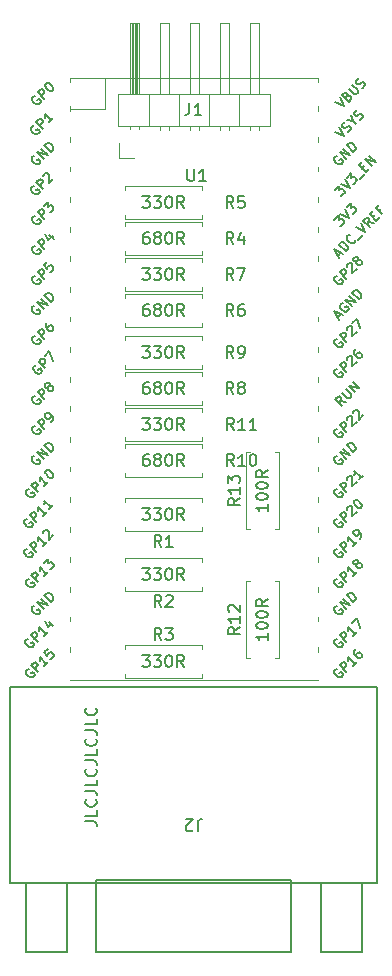
<source format=gbr>
%TF.GenerationSoftware,KiCad,Pcbnew,(6.0.11)*%
%TF.CreationDate,2023-02-12T19:00:00-06:00*%
%TF.ProjectId,video_if_ql_vga,76696465-6f5f-4696-965f-716c5f766761,v1.0*%
%TF.SameCoordinates,Original*%
%TF.FileFunction,Legend,Top*%
%TF.FilePolarity,Positive*%
%FSLAX46Y46*%
G04 Gerber Fmt 4.6, Leading zero omitted, Abs format (unit mm)*
G04 Created by KiCad (PCBNEW (6.0.11)) date 2023-02-12 19:00:00*
%MOMM*%
%LPD*%
G01*
G04 APERTURE LIST*
%ADD10C,0.150000*%
%ADD11C,0.120000*%
%ADD12C,0.152400*%
G04 APERTURE END LIST*
D10*
X133056380Y-121459047D02*
X133770666Y-121459047D01*
X133913523Y-121506666D01*
X134008761Y-121601904D01*
X134056380Y-121744761D01*
X134056380Y-121840000D01*
X134056380Y-120506666D02*
X134056380Y-120982857D01*
X133056380Y-120982857D01*
X133961142Y-119601904D02*
X134008761Y-119649523D01*
X134056380Y-119792380D01*
X134056380Y-119887619D01*
X134008761Y-120030476D01*
X133913523Y-120125714D01*
X133818285Y-120173333D01*
X133627809Y-120220952D01*
X133484952Y-120220952D01*
X133294476Y-120173333D01*
X133199238Y-120125714D01*
X133104000Y-120030476D01*
X133056380Y-119887619D01*
X133056380Y-119792380D01*
X133104000Y-119649523D01*
X133151619Y-119601904D01*
X133056380Y-118887619D02*
X133770666Y-118887619D01*
X133913523Y-118935238D01*
X134008761Y-119030476D01*
X134056380Y-119173333D01*
X134056380Y-119268571D01*
X134056380Y-117935238D02*
X134056380Y-118411428D01*
X133056380Y-118411428D01*
X133961142Y-117030476D02*
X134008761Y-117078095D01*
X134056380Y-117220952D01*
X134056380Y-117316190D01*
X134008761Y-117459047D01*
X133913523Y-117554285D01*
X133818285Y-117601904D01*
X133627809Y-117649523D01*
X133484952Y-117649523D01*
X133294476Y-117601904D01*
X133199238Y-117554285D01*
X133104000Y-117459047D01*
X133056380Y-117316190D01*
X133056380Y-117220952D01*
X133104000Y-117078095D01*
X133151619Y-117030476D01*
X133056380Y-116316190D02*
X133770666Y-116316190D01*
X133913523Y-116363809D01*
X134008761Y-116459047D01*
X134056380Y-116601904D01*
X134056380Y-116697142D01*
X134056380Y-115363809D02*
X134056380Y-115840000D01*
X133056380Y-115840000D01*
X133961142Y-114459047D02*
X134008761Y-114506666D01*
X134056380Y-114649523D01*
X134056380Y-114744761D01*
X134008761Y-114887619D01*
X133913523Y-114982857D01*
X133818285Y-115030476D01*
X133627809Y-115078095D01*
X133484952Y-115078095D01*
X133294476Y-115030476D01*
X133199238Y-114982857D01*
X133104000Y-114887619D01*
X133056380Y-114744761D01*
X133056380Y-114649523D01*
X133104000Y-114506666D01*
X133151619Y-114459047D01*
X133056380Y-113744761D02*
X133770666Y-113744761D01*
X133913523Y-113792380D01*
X134008761Y-113887619D01*
X134056380Y-114030476D01*
X134056380Y-114125714D01*
X134056380Y-112792380D02*
X134056380Y-113268571D01*
X133056380Y-113268571D01*
X133961142Y-111887619D02*
X134008761Y-111935238D01*
X134056380Y-112078095D01*
X134056380Y-112173333D01*
X134008761Y-112316190D01*
X133913523Y-112411428D01*
X133818285Y-112459047D01*
X133627809Y-112506666D01*
X133484952Y-112506666D01*
X133294476Y-112459047D01*
X133199238Y-112411428D01*
X133104000Y-112316190D01*
X133056380Y-112173333D01*
X133056380Y-112078095D01*
X133104000Y-111935238D01*
X133151619Y-111887619D01*
%TO.C,R11*%
X145661142Y-88336380D02*
X145327809Y-87860190D01*
X145089714Y-88336380D02*
X145089714Y-87336380D01*
X145470666Y-87336380D01*
X145565904Y-87384000D01*
X145613523Y-87431619D01*
X145661142Y-87526857D01*
X145661142Y-87669714D01*
X145613523Y-87764952D01*
X145565904Y-87812571D01*
X145470666Y-87860190D01*
X145089714Y-87860190D01*
X146613523Y-88336380D02*
X146042095Y-88336380D01*
X146327809Y-88336380D02*
X146327809Y-87336380D01*
X146232571Y-87479238D01*
X146137333Y-87574476D01*
X146042095Y-87622095D01*
X147565904Y-88336380D02*
X146994476Y-88336380D01*
X147280190Y-88336380D02*
X147280190Y-87336380D01*
X147184952Y-87479238D01*
X147089714Y-87574476D01*
X146994476Y-87622095D01*
X137914285Y-87336380D02*
X138533333Y-87336380D01*
X138200000Y-87717333D01*
X138342857Y-87717333D01*
X138438095Y-87764952D01*
X138485714Y-87812571D01*
X138533333Y-87907809D01*
X138533333Y-88145904D01*
X138485714Y-88241142D01*
X138438095Y-88288761D01*
X138342857Y-88336380D01*
X138057142Y-88336380D01*
X137961904Y-88288761D01*
X137914285Y-88241142D01*
X138866666Y-87336380D02*
X139485714Y-87336380D01*
X139152380Y-87717333D01*
X139295238Y-87717333D01*
X139390476Y-87764952D01*
X139438095Y-87812571D01*
X139485714Y-87907809D01*
X139485714Y-88145904D01*
X139438095Y-88241142D01*
X139390476Y-88288761D01*
X139295238Y-88336380D01*
X139009523Y-88336380D01*
X138914285Y-88288761D01*
X138866666Y-88241142D01*
X140104761Y-87336380D02*
X140200000Y-87336380D01*
X140295238Y-87384000D01*
X140342857Y-87431619D01*
X140390476Y-87526857D01*
X140438095Y-87717333D01*
X140438095Y-87955428D01*
X140390476Y-88145904D01*
X140342857Y-88241142D01*
X140295238Y-88288761D01*
X140200000Y-88336380D01*
X140104761Y-88336380D01*
X140009523Y-88288761D01*
X139961904Y-88241142D01*
X139914285Y-88145904D01*
X139866666Y-87955428D01*
X139866666Y-87717333D01*
X139914285Y-87526857D01*
X139961904Y-87431619D01*
X140009523Y-87384000D01*
X140104761Y-87336380D01*
X141438095Y-88336380D02*
X141104761Y-87860190D01*
X140866666Y-88336380D02*
X140866666Y-87336380D01*
X141247619Y-87336380D01*
X141342857Y-87384000D01*
X141390476Y-87431619D01*
X141438095Y-87526857D01*
X141438095Y-87669714D01*
X141390476Y-87764952D01*
X141342857Y-87812571D01*
X141247619Y-87860190D01*
X140866666Y-87860190D01*
%TO.C,R10*%
X145661142Y-91384380D02*
X145327809Y-90908190D01*
X145089714Y-91384380D02*
X145089714Y-90384380D01*
X145470666Y-90384380D01*
X145565904Y-90432000D01*
X145613523Y-90479619D01*
X145661142Y-90574857D01*
X145661142Y-90717714D01*
X145613523Y-90812952D01*
X145565904Y-90860571D01*
X145470666Y-90908190D01*
X145089714Y-90908190D01*
X146613523Y-91384380D02*
X146042095Y-91384380D01*
X146327809Y-91384380D02*
X146327809Y-90384380D01*
X146232571Y-90527238D01*
X146137333Y-90622476D01*
X146042095Y-90670095D01*
X147232571Y-90384380D02*
X147327809Y-90384380D01*
X147423047Y-90432000D01*
X147470666Y-90479619D01*
X147518285Y-90574857D01*
X147565904Y-90765333D01*
X147565904Y-91003428D01*
X147518285Y-91193904D01*
X147470666Y-91289142D01*
X147423047Y-91336761D01*
X147327809Y-91384380D01*
X147232571Y-91384380D01*
X147137333Y-91336761D01*
X147089714Y-91289142D01*
X147042095Y-91193904D01*
X146994476Y-91003428D01*
X146994476Y-90765333D01*
X147042095Y-90574857D01*
X147089714Y-90479619D01*
X147137333Y-90432000D01*
X147232571Y-90384380D01*
X138438095Y-90384380D02*
X138247619Y-90384380D01*
X138152380Y-90432000D01*
X138104761Y-90479619D01*
X138009523Y-90622476D01*
X137961904Y-90812952D01*
X137961904Y-91193904D01*
X138009523Y-91289142D01*
X138057142Y-91336761D01*
X138152380Y-91384380D01*
X138342857Y-91384380D01*
X138438095Y-91336761D01*
X138485714Y-91289142D01*
X138533333Y-91193904D01*
X138533333Y-90955809D01*
X138485714Y-90860571D01*
X138438095Y-90812952D01*
X138342857Y-90765333D01*
X138152380Y-90765333D01*
X138057142Y-90812952D01*
X138009523Y-90860571D01*
X137961904Y-90955809D01*
X139104761Y-90812952D02*
X139009523Y-90765333D01*
X138961904Y-90717714D01*
X138914285Y-90622476D01*
X138914285Y-90574857D01*
X138961904Y-90479619D01*
X139009523Y-90432000D01*
X139104761Y-90384380D01*
X139295238Y-90384380D01*
X139390476Y-90432000D01*
X139438095Y-90479619D01*
X139485714Y-90574857D01*
X139485714Y-90622476D01*
X139438095Y-90717714D01*
X139390476Y-90765333D01*
X139295238Y-90812952D01*
X139104761Y-90812952D01*
X139009523Y-90860571D01*
X138961904Y-90908190D01*
X138914285Y-91003428D01*
X138914285Y-91193904D01*
X138961904Y-91289142D01*
X139009523Y-91336761D01*
X139104761Y-91384380D01*
X139295238Y-91384380D01*
X139390476Y-91336761D01*
X139438095Y-91289142D01*
X139485714Y-91193904D01*
X139485714Y-91003428D01*
X139438095Y-90908190D01*
X139390476Y-90860571D01*
X139295238Y-90812952D01*
X140104761Y-90384380D02*
X140200000Y-90384380D01*
X140295238Y-90432000D01*
X140342857Y-90479619D01*
X140390476Y-90574857D01*
X140438095Y-90765333D01*
X140438095Y-91003428D01*
X140390476Y-91193904D01*
X140342857Y-91289142D01*
X140295238Y-91336761D01*
X140200000Y-91384380D01*
X140104761Y-91384380D01*
X140009523Y-91336761D01*
X139961904Y-91289142D01*
X139914285Y-91193904D01*
X139866666Y-91003428D01*
X139866666Y-90765333D01*
X139914285Y-90574857D01*
X139961904Y-90479619D01*
X140009523Y-90432000D01*
X140104761Y-90384380D01*
X141438095Y-91384380D02*
X141104761Y-90908190D01*
X140866666Y-91384380D02*
X140866666Y-90384380D01*
X141247619Y-90384380D01*
X141342857Y-90432000D01*
X141390476Y-90479619D01*
X141438095Y-90574857D01*
X141438095Y-90717714D01*
X141390476Y-90812952D01*
X141342857Y-90860571D01*
X141247619Y-90908190D01*
X140866666Y-90908190D01*
%TO.C,R9*%
X145629333Y-82240380D02*
X145296000Y-81764190D01*
X145057904Y-82240380D02*
X145057904Y-81240380D01*
X145438857Y-81240380D01*
X145534095Y-81288000D01*
X145581714Y-81335619D01*
X145629333Y-81430857D01*
X145629333Y-81573714D01*
X145581714Y-81668952D01*
X145534095Y-81716571D01*
X145438857Y-81764190D01*
X145057904Y-81764190D01*
X146105523Y-82240380D02*
X146296000Y-82240380D01*
X146391238Y-82192761D01*
X146438857Y-82145142D01*
X146534095Y-82002285D01*
X146581714Y-81811809D01*
X146581714Y-81430857D01*
X146534095Y-81335619D01*
X146486476Y-81288000D01*
X146391238Y-81240380D01*
X146200761Y-81240380D01*
X146105523Y-81288000D01*
X146057904Y-81335619D01*
X146010285Y-81430857D01*
X146010285Y-81668952D01*
X146057904Y-81764190D01*
X146105523Y-81811809D01*
X146200761Y-81859428D01*
X146391238Y-81859428D01*
X146486476Y-81811809D01*
X146534095Y-81764190D01*
X146581714Y-81668952D01*
X137914285Y-81240380D02*
X138533333Y-81240380D01*
X138200000Y-81621333D01*
X138342857Y-81621333D01*
X138438095Y-81668952D01*
X138485714Y-81716571D01*
X138533333Y-81811809D01*
X138533333Y-82049904D01*
X138485714Y-82145142D01*
X138438095Y-82192761D01*
X138342857Y-82240380D01*
X138057142Y-82240380D01*
X137961904Y-82192761D01*
X137914285Y-82145142D01*
X138866666Y-81240380D02*
X139485714Y-81240380D01*
X139152380Y-81621333D01*
X139295238Y-81621333D01*
X139390476Y-81668952D01*
X139438095Y-81716571D01*
X139485714Y-81811809D01*
X139485714Y-82049904D01*
X139438095Y-82145142D01*
X139390476Y-82192761D01*
X139295238Y-82240380D01*
X139009523Y-82240380D01*
X138914285Y-82192761D01*
X138866666Y-82145142D01*
X140104761Y-81240380D02*
X140200000Y-81240380D01*
X140295238Y-81288000D01*
X140342857Y-81335619D01*
X140390476Y-81430857D01*
X140438095Y-81621333D01*
X140438095Y-81859428D01*
X140390476Y-82049904D01*
X140342857Y-82145142D01*
X140295238Y-82192761D01*
X140200000Y-82240380D01*
X140104761Y-82240380D01*
X140009523Y-82192761D01*
X139961904Y-82145142D01*
X139914285Y-82049904D01*
X139866666Y-81859428D01*
X139866666Y-81621333D01*
X139914285Y-81430857D01*
X139961904Y-81335619D01*
X140009523Y-81288000D01*
X140104761Y-81240380D01*
X141438095Y-82240380D02*
X141104761Y-81764190D01*
X140866666Y-82240380D02*
X140866666Y-81240380D01*
X141247619Y-81240380D01*
X141342857Y-81288000D01*
X141390476Y-81335619D01*
X141438095Y-81430857D01*
X141438095Y-81573714D01*
X141390476Y-81668952D01*
X141342857Y-81716571D01*
X141247619Y-81764190D01*
X140866666Y-81764190D01*
%TO.C,R12*%
X146164380Y-105036857D02*
X145688190Y-105370190D01*
X146164380Y-105608285D02*
X145164380Y-105608285D01*
X145164380Y-105227333D01*
X145212000Y-105132095D01*
X145259619Y-105084476D01*
X145354857Y-105036857D01*
X145497714Y-105036857D01*
X145592952Y-105084476D01*
X145640571Y-105132095D01*
X145688190Y-105227333D01*
X145688190Y-105608285D01*
X146164380Y-104084476D02*
X146164380Y-104655904D01*
X146164380Y-104370190D02*
X145164380Y-104370190D01*
X145307238Y-104465428D01*
X145402476Y-104560666D01*
X145450095Y-104655904D01*
X145259619Y-103703523D02*
X145212000Y-103655904D01*
X145164380Y-103560666D01*
X145164380Y-103322571D01*
X145212000Y-103227333D01*
X145259619Y-103179714D01*
X145354857Y-103132095D01*
X145450095Y-103132095D01*
X145592952Y-103179714D01*
X146164380Y-103751142D01*
X146164380Y-103132095D01*
X148534380Y-105560666D02*
X148534380Y-106132095D01*
X148534380Y-105846380D02*
X147534380Y-105846380D01*
X147677238Y-105941619D01*
X147772476Y-106036857D01*
X147820095Y-106132095D01*
X147534380Y-104941619D02*
X147534380Y-104846380D01*
X147582000Y-104751142D01*
X147629619Y-104703523D01*
X147724857Y-104655904D01*
X147915333Y-104608285D01*
X148153428Y-104608285D01*
X148343904Y-104655904D01*
X148439142Y-104703523D01*
X148486761Y-104751142D01*
X148534380Y-104846380D01*
X148534380Y-104941619D01*
X148486761Y-105036857D01*
X148439142Y-105084476D01*
X148343904Y-105132095D01*
X148153428Y-105179714D01*
X147915333Y-105179714D01*
X147724857Y-105132095D01*
X147629619Y-105084476D01*
X147582000Y-105036857D01*
X147534380Y-104941619D01*
X147534380Y-103989238D02*
X147534380Y-103894000D01*
X147582000Y-103798761D01*
X147629619Y-103751142D01*
X147724857Y-103703523D01*
X147915333Y-103655904D01*
X148153428Y-103655904D01*
X148343904Y-103703523D01*
X148439142Y-103751142D01*
X148486761Y-103798761D01*
X148534380Y-103894000D01*
X148534380Y-103989238D01*
X148486761Y-104084476D01*
X148439142Y-104132095D01*
X148343904Y-104179714D01*
X148153428Y-104227333D01*
X147915333Y-104227333D01*
X147724857Y-104179714D01*
X147629619Y-104132095D01*
X147582000Y-104084476D01*
X147534380Y-103989238D01*
X148534380Y-102655904D02*
X148058190Y-102989238D01*
X148534380Y-103227333D02*
X147534380Y-103227333D01*
X147534380Y-102846380D01*
X147582000Y-102751142D01*
X147629619Y-102703523D01*
X147724857Y-102655904D01*
X147867714Y-102655904D01*
X147962952Y-102703523D01*
X148010571Y-102751142D01*
X148058190Y-102846380D01*
X148058190Y-103227333D01*
%TO.C,R6*%
X145629333Y-78684380D02*
X145296000Y-78208190D01*
X145057904Y-78684380D02*
X145057904Y-77684380D01*
X145438857Y-77684380D01*
X145534095Y-77732000D01*
X145581714Y-77779619D01*
X145629333Y-77874857D01*
X145629333Y-78017714D01*
X145581714Y-78112952D01*
X145534095Y-78160571D01*
X145438857Y-78208190D01*
X145057904Y-78208190D01*
X146486476Y-77684380D02*
X146296000Y-77684380D01*
X146200761Y-77732000D01*
X146153142Y-77779619D01*
X146057904Y-77922476D01*
X146010285Y-78112952D01*
X146010285Y-78493904D01*
X146057904Y-78589142D01*
X146105523Y-78636761D01*
X146200761Y-78684380D01*
X146391238Y-78684380D01*
X146486476Y-78636761D01*
X146534095Y-78589142D01*
X146581714Y-78493904D01*
X146581714Y-78255809D01*
X146534095Y-78160571D01*
X146486476Y-78112952D01*
X146391238Y-78065333D01*
X146200761Y-78065333D01*
X146105523Y-78112952D01*
X146057904Y-78160571D01*
X146010285Y-78255809D01*
X138438095Y-77684380D02*
X138247619Y-77684380D01*
X138152380Y-77732000D01*
X138104761Y-77779619D01*
X138009523Y-77922476D01*
X137961904Y-78112952D01*
X137961904Y-78493904D01*
X138009523Y-78589142D01*
X138057142Y-78636761D01*
X138152380Y-78684380D01*
X138342857Y-78684380D01*
X138438095Y-78636761D01*
X138485714Y-78589142D01*
X138533333Y-78493904D01*
X138533333Y-78255809D01*
X138485714Y-78160571D01*
X138438095Y-78112952D01*
X138342857Y-78065333D01*
X138152380Y-78065333D01*
X138057142Y-78112952D01*
X138009523Y-78160571D01*
X137961904Y-78255809D01*
X139104761Y-78112952D02*
X139009523Y-78065333D01*
X138961904Y-78017714D01*
X138914285Y-77922476D01*
X138914285Y-77874857D01*
X138961904Y-77779619D01*
X139009523Y-77732000D01*
X139104761Y-77684380D01*
X139295238Y-77684380D01*
X139390476Y-77732000D01*
X139438095Y-77779619D01*
X139485714Y-77874857D01*
X139485714Y-77922476D01*
X139438095Y-78017714D01*
X139390476Y-78065333D01*
X139295238Y-78112952D01*
X139104761Y-78112952D01*
X139009523Y-78160571D01*
X138961904Y-78208190D01*
X138914285Y-78303428D01*
X138914285Y-78493904D01*
X138961904Y-78589142D01*
X139009523Y-78636761D01*
X139104761Y-78684380D01*
X139295238Y-78684380D01*
X139390476Y-78636761D01*
X139438095Y-78589142D01*
X139485714Y-78493904D01*
X139485714Y-78303428D01*
X139438095Y-78208190D01*
X139390476Y-78160571D01*
X139295238Y-78112952D01*
X140104761Y-77684380D02*
X140200000Y-77684380D01*
X140295238Y-77732000D01*
X140342857Y-77779619D01*
X140390476Y-77874857D01*
X140438095Y-78065333D01*
X140438095Y-78303428D01*
X140390476Y-78493904D01*
X140342857Y-78589142D01*
X140295238Y-78636761D01*
X140200000Y-78684380D01*
X140104761Y-78684380D01*
X140009523Y-78636761D01*
X139961904Y-78589142D01*
X139914285Y-78493904D01*
X139866666Y-78303428D01*
X139866666Y-78065333D01*
X139914285Y-77874857D01*
X139961904Y-77779619D01*
X140009523Y-77732000D01*
X140104761Y-77684380D01*
X141438095Y-78684380D02*
X141104761Y-78208190D01*
X140866666Y-78684380D02*
X140866666Y-77684380D01*
X141247619Y-77684380D01*
X141342857Y-77732000D01*
X141390476Y-77779619D01*
X141438095Y-77874857D01*
X141438095Y-78017714D01*
X141390476Y-78112952D01*
X141342857Y-78160571D01*
X141247619Y-78208190D01*
X140866666Y-78208190D01*
%TO.C,R13*%
X146164380Y-94114857D02*
X145688190Y-94448190D01*
X146164380Y-94686285D02*
X145164380Y-94686285D01*
X145164380Y-94305333D01*
X145212000Y-94210095D01*
X145259619Y-94162476D01*
X145354857Y-94114857D01*
X145497714Y-94114857D01*
X145592952Y-94162476D01*
X145640571Y-94210095D01*
X145688190Y-94305333D01*
X145688190Y-94686285D01*
X146164380Y-93162476D02*
X146164380Y-93733904D01*
X146164380Y-93448190D02*
X145164380Y-93448190D01*
X145307238Y-93543428D01*
X145402476Y-93638666D01*
X145450095Y-93733904D01*
X145164380Y-92829142D02*
X145164380Y-92210095D01*
X145545333Y-92543428D01*
X145545333Y-92400571D01*
X145592952Y-92305333D01*
X145640571Y-92257714D01*
X145735809Y-92210095D01*
X145973904Y-92210095D01*
X146069142Y-92257714D01*
X146116761Y-92305333D01*
X146164380Y-92400571D01*
X146164380Y-92686285D01*
X146116761Y-92781523D01*
X146069142Y-92829142D01*
X148534380Y-94638666D02*
X148534380Y-95210095D01*
X148534380Y-94924380D02*
X147534380Y-94924380D01*
X147677238Y-95019619D01*
X147772476Y-95114857D01*
X147820095Y-95210095D01*
X147534380Y-94019619D02*
X147534380Y-93924380D01*
X147582000Y-93829142D01*
X147629619Y-93781523D01*
X147724857Y-93733904D01*
X147915333Y-93686285D01*
X148153428Y-93686285D01*
X148343904Y-93733904D01*
X148439142Y-93781523D01*
X148486761Y-93829142D01*
X148534380Y-93924380D01*
X148534380Y-94019619D01*
X148486761Y-94114857D01*
X148439142Y-94162476D01*
X148343904Y-94210095D01*
X148153428Y-94257714D01*
X147915333Y-94257714D01*
X147724857Y-94210095D01*
X147629619Y-94162476D01*
X147582000Y-94114857D01*
X147534380Y-94019619D01*
X147534380Y-93067238D02*
X147534380Y-92972000D01*
X147582000Y-92876761D01*
X147629619Y-92829142D01*
X147724857Y-92781523D01*
X147915333Y-92733904D01*
X148153428Y-92733904D01*
X148343904Y-92781523D01*
X148439142Y-92829142D01*
X148486761Y-92876761D01*
X148534380Y-92972000D01*
X148534380Y-93067238D01*
X148486761Y-93162476D01*
X148439142Y-93210095D01*
X148343904Y-93257714D01*
X148153428Y-93305333D01*
X147915333Y-93305333D01*
X147724857Y-93257714D01*
X147629619Y-93210095D01*
X147582000Y-93162476D01*
X147534380Y-93067238D01*
X148534380Y-91733904D02*
X148058190Y-92067238D01*
X148534380Y-92305333D02*
X147534380Y-92305333D01*
X147534380Y-91924380D01*
X147582000Y-91829142D01*
X147629619Y-91781523D01*
X147724857Y-91733904D01*
X147867714Y-91733904D01*
X147962952Y-91781523D01*
X148010571Y-91829142D01*
X148058190Y-91924380D01*
X148058190Y-92305333D01*
%TO.C,R1*%
X139533333Y-98242380D02*
X139200000Y-97766190D01*
X138961904Y-98242380D02*
X138961904Y-97242380D01*
X139342857Y-97242380D01*
X139438095Y-97290000D01*
X139485714Y-97337619D01*
X139533333Y-97432857D01*
X139533333Y-97575714D01*
X139485714Y-97670952D01*
X139438095Y-97718571D01*
X139342857Y-97766190D01*
X138961904Y-97766190D01*
X140485714Y-98242380D02*
X139914285Y-98242380D01*
X140200000Y-98242380D02*
X140200000Y-97242380D01*
X140104761Y-97385238D01*
X140009523Y-97480476D01*
X139914285Y-97528095D01*
X137914285Y-94956380D02*
X138533333Y-94956380D01*
X138200000Y-95337333D01*
X138342857Y-95337333D01*
X138438095Y-95384952D01*
X138485714Y-95432571D01*
X138533333Y-95527809D01*
X138533333Y-95765904D01*
X138485714Y-95861142D01*
X138438095Y-95908761D01*
X138342857Y-95956380D01*
X138057142Y-95956380D01*
X137961904Y-95908761D01*
X137914285Y-95861142D01*
X138866666Y-94956380D02*
X139485714Y-94956380D01*
X139152380Y-95337333D01*
X139295238Y-95337333D01*
X139390476Y-95384952D01*
X139438095Y-95432571D01*
X139485714Y-95527809D01*
X139485714Y-95765904D01*
X139438095Y-95861142D01*
X139390476Y-95908761D01*
X139295238Y-95956380D01*
X139009523Y-95956380D01*
X138914285Y-95908761D01*
X138866666Y-95861142D01*
X140104761Y-94956380D02*
X140200000Y-94956380D01*
X140295238Y-95004000D01*
X140342857Y-95051619D01*
X140390476Y-95146857D01*
X140438095Y-95337333D01*
X140438095Y-95575428D01*
X140390476Y-95765904D01*
X140342857Y-95861142D01*
X140295238Y-95908761D01*
X140200000Y-95956380D01*
X140104761Y-95956380D01*
X140009523Y-95908761D01*
X139961904Y-95861142D01*
X139914285Y-95765904D01*
X139866666Y-95575428D01*
X139866666Y-95337333D01*
X139914285Y-95146857D01*
X139961904Y-95051619D01*
X140009523Y-95004000D01*
X140104761Y-94956380D01*
X141438095Y-95956380D02*
X141104761Y-95480190D01*
X140866666Y-95956380D02*
X140866666Y-94956380D01*
X141247619Y-94956380D01*
X141342857Y-95004000D01*
X141390476Y-95051619D01*
X141438095Y-95146857D01*
X141438095Y-95289714D01*
X141390476Y-95384952D01*
X141342857Y-95432571D01*
X141247619Y-95480190D01*
X140866666Y-95480190D01*
%TO.C,R3*%
X139533333Y-106116380D02*
X139200000Y-105640190D01*
X138961904Y-106116380D02*
X138961904Y-105116380D01*
X139342857Y-105116380D01*
X139438095Y-105164000D01*
X139485714Y-105211619D01*
X139533333Y-105306857D01*
X139533333Y-105449714D01*
X139485714Y-105544952D01*
X139438095Y-105592571D01*
X139342857Y-105640190D01*
X138961904Y-105640190D01*
X139866666Y-105116380D02*
X140485714Y-105116380D01*
X140152380Y-105497333D01*
X140295238Y-105497333D01*
X140390476Y-105544952D01*
X140438095Y-105592571D01*
X140485714Y-105687809D01*
X140485714Y-105925904D01*
X140438095Y-106021142D01*
X140390476Y-106068761D01*
X140295238Y-106116380D01*
X140009523Y-106116380D01*
X139914285Y-106068761D01*
X139866666Y-106021142D01*
X137914285Y-107402380D02*
X138533333Y-107402380D01*
X138200000Y-107783333D01*
X138342857Y-107783333D01*
X138438095Y-107830952D01*
X138485714Y-107878571D01*
X138533333Y-107973809D01*
X138533333Y-108211904D01*
X138485714Y-108307142D01*
X138438095Y-108354761D01*
X138342857Y-108402380D01*
X138057142Y-108402380D01*
X137961904Y-108354761D01*
X137914285Y-108307142D01*
X138866666Y-107402380D02*
X139485714Y-107402380D01*
X139152380Y-107783333D01*
X139295238Y-107783333D01*
X139390476Y-107830952D01*
X139438095Y-107878571D01*
X139485714Y-107973809D01*
X139485714Y-108211904D01*
X139438095Y-108307142D01*
X139390476Y-108354761D01*
X139295238Y-108402380D01*
X139009523Y-108402380D01*
X138914285Y-108354761D01*
X138866666Y-108307142D01*
X140104761Y-107402380D02*
X140200000Y-107402380D01*
X140295238Y-107450000D01*
X140342857Y-107497619D01*
X140390476Y-107592857D01*
X140438095Y-107783333D01*
X140438095Y-108021428D01*
X140390476Y-108211904D01*
X140342857Y-108307142D01*
X140295238Y-108354761D01*
X140200000Y-108402380D01*
X140104761Y-108402380D01*
X140009523Y-108354761D01*
X139961904Y-108307142D01*
X139914285Y-108211904D01*
X139866666Y-108021428D01*
X139866666Y-107783333D01*
X139914285Y-107592857D01*
X139961904Y-107497619D01*
X140009523Y-107450000D01*
X140104761Y-107402380D01*
X141438095Y-108402380D02*
X141104761Y-107926190D01*
X140866666Y-108402380D02*
X140866666Y-107402380D01*
X141247619Y-107402380D01*
X141342857Y-107450000D01*
X141390476Y-107497619D01*
X141438095Y-107592857D01*
X141438095Y-107735714D01*
X141390476Y-107830952D01*
X141342857Y-107878571D01*
X141247619Y-107926190D01*
X140866666Y-107926190D01*
%TO.C,R2*%
X139533333Y-103322380D02*
X139200000Y-102846190D01*
X138961904Y-103322380D02*
X138961904Y-102322380D01*
X139342857Y-102322380D01*
X139438095Y-102370000D01*
X139485714Y-102417619D01*
X139533333Y-102512857D01*
X139533333Y-102655714D01*
X139485714Y-102750952D01*
X139438095Y-102798571D01*
X139342857Y-102846190D01*
X138961904Y-102846190D01*
X139914285Y-102417619D02*
X139961904Y-102370000D01*
X140057142Y-102322380D01*
X140295238Y-102322380D01*
X140390476Y-102370000D01*
X140438095Y-102417619D01*
X140485714Y-102512857D01*
X140485714Y-102608095D01*
X140438095Y-102750952D01*
X139866666Y-103322380D01*
X140485714Y-103322380D01*
X137914285Y-100036380D02*
X138533333Y-100036380D01*
X138200000Y-100417333D01*
X138342857Y-100417333D01*
X138438095Y-100464952D01*
X138485714Y-100512571D01*
X138533333Y-100607809D01*
X138533333Y-100845904D01*
X138485714Y-100941142D01*
X138438095Y-100988761D01*
X138342857Y-101036380D01*
X138057142Y-101036380D01*
X137961904Y-100988761D01*
X137914285Y-100941142D01*
X138866666Y-100036380D02*
X139485714Y-100036380D01*
X139152380Y-100417333D01*
X139295238Y-100417333D01*
X139390476Y-100464952D01*
X139438095Y-100512571D01*
X139485714Y-100607809D01*
X139485714Y-100845904D01*
X139438095Y-100941142D01*
X139390476Y-100988761D01*
X139295238Y-101036380D01*
X139009523Y-101036380D01*
X138914285Y-100988761D01*
X138866666Y-100941142D01*
X140104761Y-100036380D02*
X140200000Y-100036380D01*
X140295238Y-100084000D01*
X140342857Y-100131619D01*
X140390476Y-100226857D01*
X140438095Y-100417333D01*
X140438095Y-100655428D01*
X140390476Y-100845904D01*
X140342857Y-100941142D01*
X140295238Y-100988761D01*
X140200000Y-101036380D01*
X140104761Y-101036380D01*
X140009523Y-100988761D01*
X139961904Y-100941142D01*
X139914285Y-100845904D01*
X139866666Y-100655428D01*
X139866666Y-100417333D01*
X139914285Y-100226857D01*
X139961904Y-100131619D01*
X140009523Y-100084000D01*
X140104761Y-100036380D01*
X141438095Y-101036380D02*
X141104761Y-100560190D01*
X140866666Y-101036380D02*
X140866666Y-100036380D01*
X141247619Y-100036380D01*
X141342857Y-100084000D01*
X141390476Y-100131619D01*
X141438095Y-100226857D01*
X141438095Y-100369714D01*
X141390476Y-100464952D01*
X141342857Y-100512571D01*
X141247619Y-100560190D01*
X140866666Y-100560190D01*
%TO.C,R4*%
X145629333Y-72588380D02*
X145296000Y-72112190D01*
X145057904Y-72588380D02*
X145057904Y-71588380D01*
X145438857Y-71588380D01*
X145534095Y-71636000D01*
X145581714Y-71683619D01*
X145629333Y-71778857D01*
X145629333Y-71921714D01*
X145581714Y-72016952D01*
X145534095Y-72064571D01*
X145438857Y-72112190D01*
X145057904Y-72112190D01*
X146486476Y-71921714D02*
X146486476Y-72588380D01*
X146248380Y-71540761D02*
X146010285Y-72255047D01*
X146629333Y-72255047D01*
X138438095Y-71588380D02*
X138247619Y-71588380D01*
X138152380Y-71636000D01*
X138104761Y-71683619D01*
X138009523Y-71826476D01*
X137961904Y-72016952D01*
X137961904Y-72397904D01*
X138009523Y-72493142D01*
X138057142Y-72540761D01*
X138152380Y-72588380D01*
X138342857Y-72588380D01*
X138438095Y-72540761D01*
X138485714Y-72493142D01*
X138533333Y-72397904D01*
X138533333Y-72159809D01*
X138485714Y-72064571D01*
X138438095Y-72016952D01*
X138342857Y-71969333D01*
X138152380Y-71969333D01*
X138057142Y-72016952D01*
X138009523Y-72064571D01*
X137961904Y-72159809D01*
X139104761Y-72016952D02*
X139009523Y-71969333D01*
X138961904Y-71921714D01*
X138914285Y-71826476D01*
X138914285Y-71778857D01*
X138961904Y-71683619D01*
X139009523Y-71636000D01*
X139104761Y-71588380D01*
X139295238Y-71588380D01*
X139390476Y-71636000D01*
X139438095Y-71683619D01*
X139485714Y-71778857D01*
X139485714Y-71826476D01*
X139438095Y-71921714D01*
X139390476Y-71969333D01*
X139295238Y-72016952D01*
X139104761Y-72016952D01*
X139009523Y-72064571D01*
X138961904Y-72112190D01*
X138914285Y-72207428D01*
X138914285Y-72397904D01*
X138961904Y-72493142D01*
X139009523Y-72540761D01*
X139104761Y-72588380D01*
X139295238Y-72588380D01*
X139390476Y-72540761D01*
X139438095Y-72493142D01*
X139485714Y-72397904D01*
X139485714Y-72207428D01*
X139438095Y-72112190D01*
X139390476Y-72064571D01*
X139295238Y-72016952D01*
X140104761Y-71588380D02*
X140200000Y-71588380D01*
X140295238Y-71636000D01*
X140342857Y-71683619D01*
X140390476Y-71778857D01*
X140438095Y-71969333D01*
X140438095Y-72207428D01*
X140390476Y-72397904D01*
X140342857Y-72493142D01*
X140295238Y-72540761D01*
X140200000Y-72588380D01*
X140104761Y-72588380D01*
X140009523Y-72540761D01*
X139961904Y-72493142D01*
X139914285Y-72397904D01*
X139866666Y-72207428D01*
X139866666Y-71969333D01*
X139914285Y-71778857D01*
X139961904Y-71683619D01*
X140009523Y-71636000D01*
X140104761Y-71588380D01*
X141438095Y-72588380D02*
X141104761Y-72112190D01*
X140866666Y-72588380D02*
X140866666Y-71588380D01*
X141247619Y-71588380D01*
X141342857Y-71636000D01*
X141390476Y-71683619D01*
X141438095Y-71778857D01*
X141438095Y-71921714D01*
X141390476Y-72016952D01*
X141342857Y-72064571D01*
X141247619Y-72112190D01*
X140866666Y-72112190D01*
%TO.C,J2*%
X142598733Y-122297619D02*
X142598733Y-121583333D01*
X142646352Y-121440476D01*
X142741590Y-121345238D01*
X142884447Y-121297619D01*
X142979685Y-121297619D01*
X142170161Y-122202380D02*
X142122542Y-122250000D01*
X142027304Y-122297619D01*
X141789209Y-122297619D01*
X141693971Y-122250000D01*
X141646352Y-122202380D01*
X141598733Y-122107142D01*
X141598733Y-122011904D01*
X141646352Y-121869047D01*
X142217780Y-121297619D01*
X141598733Y-121297619D01*
%TO.C,J1*%
X141906666Y-60666380D02*
X141906666Y-61380666D01*
X141859047Y-61523523D01*
X141763809Y-61618761D01*
X141620952Y-61666380D01*
X141525714Y-61666380D01*
X142906666Y-61666380D02*
X142335238Y-61666380D01*
X142620952Y-61666380D02*
X142620952Y-60666380D01*
X142525714Y-60809238D01*
X142430476Y-60904476D01*
X142335238Y-60952095D01*
%TO.C,R5*%
X145629333Y-69540380D02*
X145296000Y-69064190D01*
X145057904Y-69540380D02*
X145057904Y-68540380D01*
X145438857Y-68540380D01*
X145534095Y-68588000D01*
X145581714Y-68635619D01*
X145629333Y-68730857D01*
X145629333Y-68873714D01*
X145581714Y-68968952D01*
X145534095Y-69016571D01*
X145438857Y-69064190D01*
X145057904Y-69064190D01*
X146534095Y-68540380D02*
X146057904Y-68540380D01*
X146010285Y-69016571D01*
X146057904Y-68968952D01*
X146153142Y-68921333D01*
X146391238Y-68921333D01*
X146486476Y-68968952D01*
X146534095Y-69016571D01*
X146581714Y-69111809D01*
X146581714Y-69349904D01*
X146534095Y-69445142D01*
X146486476Y-69492761D01*
X146391238Y-69540380D01*
X146153142Y-69540380D01*
X146057904Y-69492761D01*
X146010285Y-69445142D01*
X137914285Y-68540380D02*
X138533333Y-68540380D01*
X138200000Y-68921333D01*
X138342857Y-68921333D01*
X138438095Y-68968952D01*
X138485714Y-69016571D01*
X138533333Y-69111809D01*
X138533333Y-69349904D01*
X138485714Y-69445142D01*
X138438095Y-69492761D01*
X138342857Y-69540380D01*
X138057142Y-69540380D01*
X137961904Y-69492761D01*
X137914285Y-69445142D01*
X138866666Y-68540380D02*
X139485714Y-68540380D01*
X139152380Y-68921333D01*
X139295238Y-68921333D01*
X139390476Y-68968952D01*
X139438095Y-69016571D01*
X139485714Y-69111809D01*
X139485714Y-69349904D01*
X139438095Y-69445142D01*
X139390476Y-69492761D01*
X139295238Y-69540380D01*
X139009523Y-69540380D01*
X138914285Y-69492761D01*
X138866666Y-69445142D01*
X140104761Y-68540380D02*
X140200000Y-68540380D01*
X140295238Y-68588000D01*
X140342857Y-68635619D01*
X140390476Y-68730857D01*
X140438095Y-68921333D01*
X140438095Y-69159428D01*
X140390476Y-69349904D01*
X140342857Y-69445142D01*
X140295238Y-69492761D01*
X140200000Y-69540380D01*
X140104761Y-69540380D01*
X140009523Y-69492761D01*
X139961904Y-69445142D01*
X139914285Y-69349904D01*
X139866666Y-69159428D01*
X139866666Y-68921333D01*
X139914285Y-68730857D01*
X139961904Y-68635619D01*
X140009523Y-68588000D01*
X140104761Y-68540380D01*
X141438095Y-69540380D02*
X141104761Y-69064190D01*
X140866666Y-69540380D02*
X140866666Y-68540380D01*
X141247619Y-68540380D01*
X141342857Y-68588000D01*
X141390476Y-68635619D01*
X141438095Y-68730857D01*
X141438095Y-68873714D01*
X141390476Y-68968952D01*
X141342857Y-69016571D01*
X141247619Y-69064190D01*
X140866666Y-69064190D01*
%TO.C,U1*%
X141732095Y-66254380D02*
X141732095Y-67063904D01*
X141779714Y-67159142D01*
X141827333Y-67206761D01*
X141922571Y-67254380D01*
X142113047Y-67254380D01*
X142208285Y-67206761D01*
X142255904Y-67159142D01*
X142303523Y-67063904D01*
X142303523Y-66254380D01*
X143303523Y-67254380D02*
X142732095Y-67254380D01*
X143017809Y-67254380D02*
X143017809Y-66254380D01*
X142922571Y-66397238D01*
X142827333Y-66492476D01*
X142732095Y-66540095D01*
X154376158Y-103228155D02*
X154295346Y-103255093D01*
X154214534Y-103335905D01*
X154160659Y-103443654D01*
X154160659Y-103551404D01*
X154187597Y-103632216D01*
X154268409Y-103766903D01*
X154349221Y-103847715D01*
X154483908Y-103928528D01*
X154564720Y-103955465D01*
X154672470Y-103955465D01*
X154780219Y-103901590D01*
X154834094Y-103847715D01*
X154887969Y-103739966D01*
X154887969Y-103686091D01*
X154699407Y-103497529D01*
X154591658Y-103605279D01*
X155184280Y-103497529D02*
X154618595Y-102931844D01*
X155507529Y-103174280D01*
X154941844Y-102608595D01*
X155776903Y-102904906D02*
X155211218Y-102339221D01*
X155345905Y-102204534D01*
X155453654Y-102150659D01*
X155561404Y-102150659D01*
X155642216Y-102177597D01*
X155776903Y-102258409D01*
X155857715Y-102339221D01*
X155938528Y-102473908D01*
X155965465Y-102554720D01*
X155965465Y-102662470D01*
X155911590Y-102770219D01*
X155776903Y-102904906D01*
X154387722Y-100930592D02*
X154306910Y-100957529D01*
X154226097Y-101038341D01*
X154172223Y-101146091D01*
X154172223Y-101253841D01*
X154199160Y-101334653D01*
X154279972Y-101469340D01*
X154360784Y-101550152D01*
X154495471Y-101630964D01*
X154576284Y-101657902D01*
X154684033Y-101657902D01*
X154791783Y-101604027D01*
X154845658Y-101550152D01*
X154899532Y-101442402D01*
X154899532Y-101388528D01*
X154710971Y-101199966D01*
X154603221Y-101307715D01*
X155195844Y-101199966D02*
X154630158Y-100634280D01*
X154845658Y-100418781D01*
X154926470Y-100391844D01*
X154980345Y-100391844D01*
X155061157Y-100418781D01*
X155141969Y-100499593D01*
X155168906Y-100580406D01*
X155168906Y-100634280D01*
X155141969Y-100715093D01*
X154926470Y-100930592D01*
X156057841Y-100337969D02*
X155734592Y-100661218D01*
X155896216Y-100499593D02*
X155330531Y-99933908D01*
X155357468Y-100068595D01*
X155357468Y-100176345D01*
X155330531Y-100257157D01*
X156057841Y-99691471D02*
X155977028Y-99718409D01*
X155923154Y-99718409D01*
X155842341Y-99691471D01*
X155815404Y-99664534D01*
X155788467Y-99583722D01*
X155788467Y-99529847D01*
X155815404Y-99449035D01*
X155923154Y-99341285D01*
X156003966Y-99314348D01*
X156057841Y-99314348D01*
X156138653Y-99341285D01*
X156165590Y-99368223D01*
X156192528Y-99449035D01*
X156192528Y-99502910D01*
X156165590Y-99583722D01*
X156057841Y-99691471D01*
X156030903Y-99772284D01*
X156030903Y-99826158D01*
X156057841Y-99906971D01*
X156165590Y-100014720D01*
X156246402Y-100041658D01*
X156300277Y-100041658D01*
X156381089Y-100014720D01*
X156488839Y-99906971D01*
X156515776Y-99826158D01*
X156515776Y-99772284D01*
X156488839Y-99691471D01*
X156381089Y-99583722D01*
X156300277Y-99556784D01*
X156246402Y-99556784D01*
X156165590Y-99583722D01*
X154376158Y-65128155D02*
X154295346Y-65155093D01*
X154214534Y-65235905D01*
X154160659Y-65343654D01*
X154160659Y-65451404D01*
X154187597Y-65532216D01*
X154268409Y-65666903D01*
X154349221Y-65747715D01*
X154483908Y-65828528D01*
X154564720Y-65855465D01*
X154672470Y-65855465D01*
X154780219Y-65801590D01*
X154834094Y-65747715D01*
X154887969Y-65639966D01*
X154887969Y-65586091D01*
X154699407Y-65397529D01*
X154591658Y-65505279D01*
X155184280Y-65397529D02*
X154618595Y-64831844D01*
X155507529Y-65074280D01*
X154941844Y-64508595D01*
X155776903Y-64804906D02*
X155211218Y-64239221D01*
X155345905Y-64104534D01*
X155453654Y-64050659D01*
X155561404Y-64050659D01*
X155642216Y-64077597D01*
X155776903Y-64158409D01*
X155857715Y-64239221D01*
X155938528Y-64373908D01*
X155965465Y-64454720D01*
X155965465Y-64562470D01*
X155911590Y-64670219D01*
X155776903Y-64804906D01*
X128803096Y-87961218D02*
X128722284Y-87988155D01*
X128641471Y-88068967D01*
X128587597Y-88176717D01*
X128587597Y-88284467D01*
X128614534Y-88365279D01*
X128695346Y-88499966D01*
X128776158Y-88580778D01*
X128910845Y-88661590D01*
X128991658Y-88688528D01*
X129099407Y-88688528D01*
X129207157Y-88634653D01*
X129261032Y-88580778D01*
X129314906Y-88473028D01*
X129314906Y-88419154D01*
X129126345Y-88230592D01*
X129018595Y-88338341D01*
X129611218Y-88230592D02*
X129045532Y-87664906D01*
X129261032Y-87449407D01*
X129341844Y-87422470D01*
X129395719Y-87422470D01*
X129476531Y-87449407D01*
X129557343Y-87530219D01*
X129584280Y-87611032D01*
X129584280Y-87664906D01*
X129557343Y-87745719D01*
X129341844Y-87961218D01*
X130203841Y-87637969D02*
X130311590Y-87530219D01*
X130338528Y-87449407D01*
X130338528Y-87395532D01*
X130311590Y-87260845D01*
X130230778Y-87126158D01*
X130015279Y-86910659D01*
X129934467Y-86883722D01*
X129880592Y-86883722D01*
X129799780Y-86910659D01*
X129692030Y-87018409D01*
X129665093Y-87099221D01*
X129665093Y-87153096D01*
X129692030Y-87233908D01*
X129826717Y-87368595D01*
X129907529Y-87395532D01*
X129961404Y-87395532D01*
X130042216Y-87368595D01*
X130149966Y-87260845D01*
X130176903Y-87180033D01*
X130176903Y-87126158D01*
X130149966Y-87045346D01*
X128803096Y-60021218D02*
X128722284Y-60048155D01*
X128641471Y-60128967D01*
X128587597Y-60236717D01*
X128587597Y-60344467D01*
X128614534Y-60425279D01*
X128695346Y-60559966D01*
X128776158Y-60640778D01*
X128910845Y-60721590D01*
X128991658Y-60748528D01*
X129099407Y-60748528D01*
X129207157Y-60694653D01*
X129261032Y-60640778D01*
X129314906Y-60533028D01*
X129314906Y-60479154D01*
X129126345Y-60290592D01*
X129018595Y-60398341D01*
X129611218Y-60290592D02*
X129045532Y-59724906D01*
X129261032Y-59509407D01*
X129341844Y-59482470D01*
X129395719Y-59482470D01*
X129476531Y-59509407D01*
X129557343Y-59590219D01*
X129584280Y-59671032D01*
X129584280Y-59724906D01*
X129557343Y-59805719D01*
X129341844Y-60021218D01*
X129718967Y-59051471D02*
X129772842Y-58997597D01*
X129853654Y-58970659D01*
X129907529Y-58970659D01*
X129988341Y-58997597D01*
X130123028Y-59078409D01*
X130257715Y-59213096D01*
X130338528Y-59347783D01*
X130365465Y-59428595D01*
X130365465Y-59482470D01*
X130338528Y-59563282D01*
X130284653Y-59617157D01*
X130203841Y-59644094D01*
X130149966Y-59644094D01*
X130069154Y-59617157D01*
X129934467Y-59536345D01*
X129799780Y-59401658D01*
X129718967Y-59266971D01*
X129692030Y-59186158D01*
X129692030Y-59132284D01*
X129718967Y-59051471D01*
X154376158Y-90528155D02*
X154295346Y-90555093D01*
X154214534Y-90635905D01*
X154160659Y-90743654D01*
X154160659Y-90851404D01*
X154187597Y-90932216D01*
X154268409Y-91066903D01*
X154349221Y-91147715D01*
X154483908Y-91228528D01*
X154564720Y-91255465D01*
X154672470Y-91255465D01*
X154780219Y-91201590D01*
X154834094Y-91147715D01*
X154887969Y-91039966D01*
X154887969Y-90986091D01*
X154699407Y-90797529D01*
X154591658Y-90905279D01*
X155184280Y-90797529D02*
X154618595Y-90231844D01*
X155507529Y-90474280D01*
X154941844Y-89908595D01*
X155776903Y-90204906D02*
X155211218Y-89639221D01*
X155345905Y-89504534D01*
X155453654Y-89450659D01*
X155561404Y-89450659D01*
X155642216Y-89477597D01*
X155776903Y-89558409D01*
X155857715Y-89639221D01*
X155938528Y-89773908D01*
X155965465Y-89854720D01*
X155965465Y-89962470D01*
X155911590Y-90070219D01*
X155776903Y-90204906D01*
X154387722Y-108550592D02*
X154306910Y-108577529D01*
X154226097Y-108658341D01*
X154172223Y-108766091D01*
X154172223Y-108873841D01*
X154199160Y-108954653D01*
X154279972Y-109089340D01*
X154360784Y-109170152D01*
X154495471Y-109250964D01*
X154576284Y-109277902D01*
X154684033Y-109277902D01*
X154791783Y-109224027D01*
X154845658Y-109170152D01*
X154899532Y-109062402D01*
X154899532Y-109008528D01*
X154710971Y-108819966D01*
X154603221Y-108927715D01*
X155195844Y-108819966D02*
X154630158Y-108254280D01*
X154845658Y-108038781D01*
X154926470Y-108011844D01*
X154980345Y-108011844D01*
X155061157Y-108038781D01*
X155141969Y-108119593D01*
X155168906Y-108200406D01*
X155168906Y-108254280D01*
X155141969Y-108335093D01*
X154926470Y-108550592D01*
X156057841Y-107957969D02*
X155734592Y-108281218D01*
X155896216Y-108119593D02*
X155330531Y-107553908D01*
X155357468Y-107688595D01*
X155357468Y-107796345D01*
X155330531Y-107877157D01*
X155977028Y-106907410D02*
X155869279Y-107015160D01*
X155842341Y-107095972D01*
X155842341Y-107149847D01*
X155869279Y-107284534D01*
X155950091Y-107419221D01*
X156165590Y-107634720D01*
X156246402Y-107661658D01*
X156300277Y-107661658D01*
X156381089Y-107634720D01*
X156488839Y-107526971D01*
X156515776Y-107446158D01*
X156515776Y-107392284D01*
X156488839Y-107311471D01*
X156354152Y-107176784D01*
X156273340Y-107149847D01*
X156219465Y-107149847D01*
X156138653Y-107176784D01*
X156030903Y-107284534D01*
X156003966Y-107365346D01*
X156003966Y-107419221D01*
X156030903Y-107500033D01*
X154179847Y-70520592D02*
X154530033Y-70170406D01*
X154556971Y-70574467D01*
X154637783Y-70493654D01*
X154718595Y-70466717D01*
X154772470Y-70466717D01*
X154853282Y-70493654D01*
X154987969Y-70628341D01*
X155014906Y-70709154D01*
X155014906Y-70763028D01*
X154987969Y-70843841D01*
X154826345Y-71005465D01*
X154745532Y-71032402D01*
X154691658Y-71032402D01*
X154691658Y-70008781D02*
X155445905Y-70385905D01*
X155068781Y-69631658D01*
X155203468Y-69496971D02*
X155553654Y-69146784D01*
X155580592Y-69550845D01*
X155661404Y-69470033D01*
X155742216Y-69443096D01*
X155796091Y-69443096D01*
X155876903Y-69470033D01*
X156011590Y-69604720D01*
X156038528Y-69685532D01*
X156038528Y-69739407D01*
X156011590Y-69820219D01*
X155849966Y-69981844D01*
X155769154Y-70008781D01*
X155715279Y-70008781D01*
X154387722Y-83150592D02*
X154306910Y-83177529D01*
X154226097Y-83258341D01*
X154172223Y-83366091D01*
X154172223Y-83473841D01*
X154199160Y-83554653D01*
X154279972Y-83689340D01*
X154360784Y-83770152D01*
X154495471Y-83850964D01*
X154576284Y-83877902D01*
X154684033Y-83877902D01*
X154791783Y-83824027D01*
X154845658Y-83770152D01*
X154899532Y-83662402D01*
X154899532Y-83608528D01*
X154710971Y-83419966D01*
X154603221Y-83527715D01*
X155195844Y-83419966D02*
X154630158Y-82854280D01*
X154845658Y-82638781D01*
X154926470Y-82611844D01*
X154980345Y-82611844D01*
X155061157Y-82638781D01*
X155141969Y-82719593D01*
X155168906Y-82800406D01*
X155168906Y-82854280D01*
X155141969Y-82935093D01*
X154926470Y-83150592D01*
X155222781Y-82369407D02*
X155222781Y-82315532D01*
X155249719Y-82234720D01*
X155384406Y-82100033D01*
X155465218Y-82073096D01*
X155519093Y-82073096D01*
X155599905Y-82100033D01*
X155653780Y-82153908D01*
X155707654Y-82261658D01*
X155707654Y-82908155D01*
X156057841Y-82557969D01*
X155977028Y-81507410D02*
X155869279Y-81615160D01*
X155842341Y-81695972D01*
X155842341Y-81749847D01*
X155869279Y-81884534D01*
X155950091Y-82019221D01*
X156165590Y-82234720D01*
X156246402Y-82261658D01*
X156300277Y-82261658D01*
X156381089Y-82234720D01*
X156488839Y-82126971D01*
X156515776Y-82046158D01*
X156515776Y-81992284D01*
X156488839Y-81911471D01*
X156354152Y-81776784D01*
X156273340Y-81749847D01*
X156219465Y-81749847D01*
X156138653Y-81776784D01*
X156030903Y-81884534D01*
X156003966Y-81965346D01*
X156003966Y-82019221D01*
X156030903Y-82100033D01*
X128803096Y-80341218D02*
X128722284Y-80368155D01*
X128641471Y-80448967D01*
X128587597Y-80556717D01*
X128587597Y-80664467D01*
X128614534Y-80745279D01*
X128695346Y-80879966D01*
X128776158Y-80960778D01*
X128910845Y-81041590D01*
X128991658Y-81068528D01*
X129099407Y-81068528D01*
X129207157Y-81014653D01*
X129261032Y-80960778D01*
X129314906Y-80853028D01*
X129314906Y-80799154D01*
X129126345Y-80610592D01*
X129018595Y-80718341D01*
X129611218Y-80610592D02*
X129045532Y-80044906D01*
X129261032Y-79829407D01*
X129341844Y-79802470D01*
X129395719Y-79802470D01*
X129476531Y-79829407D01*
X129557343Y-79910219D01*
X129584280Y-79991032D01*
X129584280Y-80044906D01*
X129557343Y-80125719D01*
X129341844Y-80341218D01*
X129853654Y-79236784D02*
X129745905Y-79344534D01*
X129718967Y-79425346D01*
X129718967Y-79479221D01*
X129745905Y-79613908D01*
X129826717Y-79748595D01*
X130042216Y-79964094D01*
X130123028Y-79991032D01*
X130176903Y-79991032D01*
X130257715Y-79964094D01*
X130365465Y-79856345D01*
X130392402Y-79775532D01*
X130392402Y-79721658D01*
X130365465Y-79640845D01*
X130230778Y-79506158D01*
X130149966Y-79479221D01*
X130096091Y-79479221D01*
X130015279Y-79506158D01*
X129907529Y-79613908D01*
X129880592Y-79694720D01*
X129880592Y-79748595D01*
X129907529Y-79829407D01*
X128776158Y-77828155D02*
X128695346Y-77855093D01*
X128614534Y-77935905D01*
X128560659Y-78043654D01*
X128560659Y-78151404D01*
X128587597Y-78232216D01*
X128668409Y-78366903D01*
X128749221Y-78447715D01*
X128883908Y-78528528D01*
X128964720Y-78555465D01*
X129072470Y-78555465D01*
X129180219Y-78501590D01*
X129234094Y-78447715D01*
X129287969Y-78339966D01*
X129287969Y-78286091D01*
X129099407Y-78097529D01*
X128991658Y-78205279D01*
X129584280Y-78097529D02*
X129018595Y-77531844D01*
X129907529Y-77774280D01*
X129341844Y-77208595D01*
X130176903Y-77504906D02*
X129611218Y-76939221D01*
X129745905Y-76804534D01*
X129853654Y-76750659D01*
X129961404Y-76750659D01*
X130042216Y-76777597D01*
X130176903Y-76858409D01*
X130257715Y-76939221D01*
X130338528Y-77073908D01*
X130365465Y-77154720D01*
X130365465Y-77262470D01*
X130311590Y-77370219D01*
X130176903Y-77504906D01*
X128703096Y-62551218D02*
X128622284Y-62578155D01*
X128541471Y-62658967D01*
X128487597Y-62766717D01*
X128487597Y-62874467D01*
X128514534Y-62955279D01*
X128595346Y-63089966D01*
X128676158Y-63170778D01*
X128810845Y-63251590D01*
X128891658Y-63278528D01*
X128999407Y-63278528D01*
X129107157Y-63224653D01*
X129161032Y-63170778D01*
X129214906Y-63063028D01*
X129214906Y-63009154D01*
X129026345Y-62820592D01*
X128918595Y-62928341D01*
X129511218Y-62820592D02*
X128945532Y-62254906D01*
X129161032Y-62039407D01*
X129241844Y-62012470D01*
X129295719Y-62012470D01*
X129376531Y-62039407D01*
X129457343Y-62120219D01*
X129484280Y-62201032D01*
X129484280Y-62254906D01*
X129457343Y-62335719D01*
X129241844Y-62551218D01*
X130373215Y-61958595D02*
X130049966Y-62281844D01*
X130211590Y-62120219D02*
X129645905Y-61554534D01*
X129672842Y-61689221D01*
X129672842Y-61796971D01*
X129645905Y-61877783D01*
X154387722Y-106010592D02*
X154306910Y-106037529D01*
X154226097Y-106118341D01*
X154172223Y-106226091D01*
X154172223Y-106333841D01*
X154199160Y-106414653D01*
X154279972Y-106549340D01*
X154360784Y-106630152D01*
X154495471Y-106710964D01*
X154576284Y-106737902D01*
X154684033Y-106737902D01*
X154791783Y-106684027D01*
X154845658Y-106630152D01*
X154899532Y-106522402D01*
X154899532Y-106468528D01*
X154710971Y-106279966D01*
X154603221Y-106387715D01*
X155195844Y-106279966D02*
X154630158Y-105714280D01*
X154845658Y-105498781D01*
X154926470Y-105471844D01*
X154980345Y-105471844D01*
X155061157Y-105498781D01*
X155141969Y-105579593D01*
X155168906Y-105660406D01*
X155168906Y-105714280D01*
X155141969Y-105795093D01*
X154926470Y-106010592D01*
X156057841Y-105417969D02*
X155734592Y-105741218D01*
X155896216Y-105579593D02*
X155330531Y-105013908D01*
X155357468Y-105148595D01*
X155357468Y-105256345D01*
X155330531Y-105337157D01*
X155680717Y-104663722D02*
X156057841Y-104286598D01*
X156381089Y-105094720D01*
X154243129Y-60557309D02*
X154997377Y-60934433D01*
X154620253Y-60180186D01*
X155266751Y-60072436D02*
X155374500Y-60018561D01*
X155428375Y-60018561D01*
X155509187Y-60045499D01*
X155590000Y-60126311D01*
X155616937Y-60207123D01*
X155616937Y-60260998D01*
X155590000Y-60341810D01*
X155374500Y-60557309D01*
X154808815Y-59991624D01*
X154997377Y-59803062D01*
X155078189Y-59776125D01*
X155132064Y-59776125D01*
X155212876Y-59803062D01*
X155266751Y-59856937D01*
X155293688Y-59937749D01*
X155293688Y-59991624D01*
X155266751Y-60072436D01*
X155078189Y-60260998D01*
X155374500Y-59425938D02*
X155832436Y-59883874D01*
X155913248Y-59910812D01*
X155967123Y-59910812D01*
X156047935Y-59883874D01*
X156155685Y-59776125D01*
X156182622Y-59695312D01*
X156182622Y-59641438D01*
X156155685Y-59560625D01*
X155697749Y-59102690D01*
X156478934Y-59399001D02*
X156586683Y-59345126D01*
X156721370Y-59210439D01*
X156748308Y-59129627D01*
X156748308Y-59075752D01*
X156721370Y-58994940D01*
X156667496Y-58941065D01*
X156586683Y-58914128D01*
X156532809Y-58914128D01*
X156451996Y-58941065D01*
X156317309Y-59021877D01*
X156236497Y-59048815D01*
X156182622Y-59048815D01*
X156101810Y-59021877D01*
X156047935Y-58968003D01*
X156020998Y-58887190D01*
X156020998Y-58833316D01*
X156047935Y-58752503D01*
X156182622Y-58617816D01*
X156290372Y-58563942D01*
X128133722Y-98390592D02*
X128052910Y-98417529D01*
X127972097Y-98498341D01*
X127918223Y-98606091D01*
X127918223Y-98713841D01*
X127945160Y-98794653D01*
X128025972Y-98929340D01*
X128106784Y-99010152D01*
X128241471Y-99090964D01*
X128322284Y-99117902D01*
X128430033Y-99117902D01*
X128537783Y-99064027D01*
X128591658Y-99010152D01*
X128645532Y-98902402D01*
X128645532Y-98848528D01*
X128456971Y-98659966D01*
X128349221Y-98767715D01*
X128941844Y-98659966D02*
X128376158Y-98094280D01*
X128591658Y-97878781D01*
X128672470Y-97851844D01*
X128726345Y-97851844D01*
X128807157Y-97878781D01*
X128887969Y-97959593D01*
X128914906Y-98040406D01*
X128914906Y-98094280D01*
X128887969Y-98175093D01*
X128672470Y-98390592D01*
X129803841Y-97797969D02*
X129480592Y-98121218D01*
X129642216Y-97959593D02*
X129076531Y-97393908D01*
X129103468Y-97528595D01*
X129103468Y-97636345D01*
X129076531Y-97717157D01*
X129507529Y-97070659D02*
X129507529Y-97016784D01*
X129534467Y-96935972D01*
X129669154Y-96801285D01*
X129749966Y-96774348D01*
X129803841Y-96774348D01*
X129884653Y-96801285D01*
X129938528Y-96855160D01*
X129992402Y-96962910D01*
X129992402Y-97609407D01*
X130342589Y-97259221D01*
X154387722Y-98390592D02*
X154306910Y-98417529D01*
X154226097Y-98498341D01*
X154172223Y-98606091D01*
X154172223Y-98713841D01*
X154199160Y-98794653D01*
X154279972Y-98929340D01*
X154360784Y-99010152D01*
X154495471Y-99090964D01*
X154576284Y-99117902D01*
X154684033Y-99117902D01*
X154791783Y-99064027D01*
X154845658Y-99010152D01*
X154899532Y-98902402D01*
X154899532Y-98848528D01*
X154710971Y-98659966D01*
X154603221Y-98767715D01*
X155195844Y-98659966D02*
X154630158Y-98094280D01*
X154845658Y-97878781D01*
X154926470Y-97851844D01*
X154980345Y-97851844D01*
X155061157Y-97878781D01*
X155141969Y-97959593D01*
X155168906Y-98040406D01*
X155168906Y-98094280D01*
X155141969Y-98175093D01*
X154926470Y-98390592D01*
X156057841Y-97797969D02*
X155734592Y-98121218D01*
X155896216Y-97959593D02*
X155330531Y-97393908D01*
X155357468Y-97528595D01*
X155357468Y-97636345D01*
X155330531Y-97717157D01*
X156327215Y-97528595D02*
X156434964Y-97420845D01*
X156461902Y-97340033D01*
X156461902Y-97286158D01*
X156434964Y-97151471D01*
X156354152Y-97016784D01*
X156138653Y-96801285D01*
X156057841Y-96774348D01*
X156003966Y-96774348D01*
X155923154Y-96801285D01*
X155815404Y-96909035D01*
X155788467Y-96989847D01*
X155788467Y-97043722D01*
X155815404Y-97124534D01*
X155950091Y-97259221D01*
X156030903Y-97286158D01*
X156084778Y-97286158D01*
X156165590Y-97259221D01*
X156273340Y-97151471D01*
X156300277Y-97070659D01*
X156300277Y-97016784D01*
X156273340Y-96935972D01*
X128803096Y-72721218D02*
X128722284Y-72748155D01*
X128641471Y-72828967D01*
X128587597Y-72936717D01*
X128587597Y-73044467D01*
X128614534Y-73125279D01*
X128695346Y-73259966D01*
X128776158Y-73340778D01*
X128910845Y-73421590D01*
X128991658Y-73448528D01*
X129099407Y-73448528D01*
X129207157Y-73394653D01*
X129261032Y-73340778D01*
X129314906Y-73233028D01*
X129314906Y-73179154D01*
X129126345Y-72990592D01*
X129018595Y-73098341D01*
X129611218Y-72990592D02*
X129045532Y-72424906D01*
X129261032Y-72209407D01*
X129341844Y-72182470D01*
X129395719Y-72182470D01*
X129476531Y-72209407D01*
X129557343Y-72290219D01*
X129584280Y-72371032D01*
X129584280Y-72424906D01*
X129557343Y-72505719D01*
X129341844Y-72721218D01*
X130042216Y-71805346D02*
X130419340Y-72182470D01*
X129692030Y-71724534D02*
X129961404Y-72263282D01*
X130311590Y-71913096D01*
X154387722Y-93320592D02*
X154306910Y-93347529D01*
X154226097Y-93428341D01*
X154172223Y-93536091D01*
X154172223Y-93643841D01*
X154199160Y-93724653D01*
X154279972Y-93859340D01*
X154360784Y-93940152D01*
X154495471Y-94020964D01*
X154576284Y-94047902D01*
X154684033Y-94047902D01*
X154791783Y-93994027D01*
X154845658Y-93940152D01*
X154899532Y-93832402D01*
X154899532Y-93778528D01*
X154710971Y-93589966D01*
X154603221Y-93697715D01*
X155195844Y-93589966D02*
X154630158Y-93024280D01*
X154845658Y-92808781D01*
X154926470Y-92781844D01*
X154980345Y-92781844D01*
X155061157Y-92808781D01*
X155141969Y-92889593D01*
X155168906Y-92970406D01*
X155168906Y-93024280D01*
X155141969Y-93105093D01*
X154926470Y-93320592D01*
X155222781Y-92539407D02*
X155222781Y-92485532D01*
X155249719Y-92404720D01*
X155384406Y-92270033D01*
X155465218Y-92243096D01*
X155519093Y-92243096D01*
X155599905Y-92270033D01*
X155653780Y-92323908D01*
X155707654Y-92431658D01*
X155707654Y-93078155D01*
X156057841Y-92727969D01*
X156596589Y-92189221D02*
X156273340Y-92512470D01*
X156434964Y-92350845D02*
X155869279Y-91785160D01*
X155896216Y-91919847D01*
X155896216Y-92027597D01*
X155869279Y-92108409D01*
X155128375Y-85973435D02*
X154670439Y-85892622D01*
X154805126Y-86296683D02*
X154239441Y-85730998D01*
X154454940Y-85515499D01*
X154535752Y-85488561D01*
X154589627Y-85488561D01*
X154670439Y-85515499D01*
X154751251Y-85596311D01*
X154778189Y-85677123D01*
X154778189Y-85730998D01*
X154751251Y-85811810D01*
X154535752Y-86027309D01*
X154805126Y-85165312D02*
X155263062Y-85623248D01*
X155343874Y-85650186D01*
X155397749Y-85650186D01*
X155478561Y-85623248D01*
X155586311Y-85515499D01*
X155613248Y-85434687D01*
X155613248Y-85380812D01*
X155586311Y-85299999D01*
X155128375Y-84842064D01*
X155963435Y-85138375D02*
X155397749Y-84572690D01*
X156286683Y-84815126D01*
X155720998Y-84249441D01*
X154212131Y-67988308D02*
X154562317Y-67638122D01*
X154589255Y-68042183D01*
X154670067Y-67961370D01*
X154750879Y-67934433D01*
X154804754Y-67934433D01*
X154885566Y-67961370D01*
X155020253Y-68096057D01*
X155047190Y-68176870D01*
X155047190Y-68230744D01*
X155020253Y-68311557D01*
X154858629Y-68473181D01*
X154777816Y-68500118D01*
X154723942Y-68500118D01*
X154723942Y-67476497D02*
X155478189Y-67853621D01*
X155101065Y-67099374D01*
X155235752Y-66964687D02*
X155585938Y-66614500D01*
X155612876Y-67018561D01*
X155693688Y-66937749D01*
X155774500Y-66910812D01*
X155828375Y-66910812D01*
X155909187Y-66937749D01*
X156043874Y-67072436D01*
X156070812Y-67153248D01*
X156070812Y-67207123D01*
X156043874Y-67287935D01*
X155882250Y-67449560D01*
X155801438Y-67476497D01*
X155747563Y-67476497D01*
X156313248Y-67126311D02*
X156744247Y-66695312D01*
X156528748Y-66210439D02*
X156717309Y-66021877D01*
X157094433Y-66237377D02*
X156825059Y-66506751D01*
X156259374Y-65941065D01*
X156528748Y-65671691D01*
X157336870Y-65994940D02*
X156771184Y-65429255D01*
X157660118Y-65671691D01*
X157094433Y-65106006D01*
X128279722Y-108550592D02*
X128198910Y-108577529D01*
X128118097Y-108658341D01*
X128064223Y-108766091D01*
X128064223Y-108873841D01*
X128091160Y-108954653D01*
X128171972Y-109089340D01*
X128252784Y-109170152D01*
X128387471Y-109250964D01*
X128468284Y-109277902D01*
X128576033Y-109277902D01*
X128683783Y-109224027D01*
X128737658Y-109170152D01*
X128791532Y-109062402D01*
X128791532Y-109008528D01*
X128602971Y-108819966D01*
X128495221Y-108927715D01*
X129087844Y-108819966D02*
X128522158Y-108254280D01*
X128737658Y-108038781D01*
X128818470Y-108011844D01*
X128872345Y-108011844D01*
X128953157Y-108038781D01*
X129033969Y-108119593D01*
X129060906Y-108200406D01*
X129060906Y-108254280D01*
X129033969Y-108335093D01*
X128818470Y-108550592D01*
X129949841Y-107957969D02*
X129626592Y-108281218D01*
X129788216Y-108119593D02*
X129222531Y-107553908D01*
X129249468Y-107688595D01*
X129249468Y-107796345D01*
X129222531Y-107877157D01*
X129895966Y-106880473D02*
X129626592Y-107149847D01*
X129869028Y-107446158D01*
X129869028Y-107392284D01*
X129895966Y-107311471D01*
X130030653Y-107176784D01*
X130111465Y-107149847D01*
X130165340Y-107149847D01*
X130246152Y-107176784D01*
X130380839Y-107311471D01*
X130407776Y-107392284D01*
X130407776Y-107446158D01*
X130380839Y-107526971D01*
X130246152Y-107661658D01*
X130165340Y-107688595D01*
X130111465Y-107688595D01*
X128703096Y-67641218D02*
X128622284Y-67668155D01*
X128541471Y-67748967D01*
X128487597Y-67856717D01*
X128487597Y-67964467D01*
X128514534Y-68045279D01*
X128595346Y-68179966D01*
X128676158Y-68260778D01*
X128810845Y-68341590D01*
X128891658Y-68368528D01*
X128999407Y-68368528D01*
X129107157Y-68314653D01*
X129161032Y-68260778D01*
X129214906Y-68153028D01*
X129214906Y-68099154D01*
X129026345Y-67910592D01*
X128918595Y-68018341D01*
X129511218Y-67910592D02*
X128945532Y-67344906D01*
X129161032Y-67129407D01*
X129241844Y-67102470D01*
X129295719Y-67102470D01*
X129376531Y-67129407D01*
X129457343Y-67210219D01*
X129484280Y-67291032D01*
X129484280Y-67344906D01*
X129457343Y-67425719D01*
X129241844Y-67641218D01*
X129538155Y-66860033D02*
X129538155Y-66806158D01*
X129565093Y-66725346D01*
X129699780Y-66590659D01*
X129780592Y-66563722D01*
X129834467Y-66563722D01*
X129915279Y-66590659D01*
X129969154Y-66644534D01*
X130023028Y-66752284D01*
X130023028Y-67398781D01*
X130373215Y-67048595D01*
X128279722Y-93310592D02*
X128198910Y-93337529D01*
X128118097Y-93418341D01*
X128064223Y-93526091D01*
X128064223Y-93633841D01*
X128091160Y-93714653D01*
X128171972Y-93849340D01*
X128252784Y-93930152D01*
X128387471Y-94010964D01*
X128468284Y-94037902D01*
X128576033Y-94037902D01*
X128683783Y-93984027D01*
X128737658Y-93930152D01*
X128791532Y-93822402D01*
X128791532Y-93768528D01*
X128602971Y-93579966D01*
X128495221Y-93687715D01*
X129087844Y-93579966D02*
X128522158Y-93014280D01*
X128737658Y-92798781D01*
X128818470Y-92771844D01*
X128872345Y-92771844D01*
X128953157Y-92798781D01*
X129033969Y-92879593D01*
X129060906Y-92960406D01*
X129060906Y-93014280D01*
X129033969Y-93095093D01*
X128818470Y-93310592D01*
X129949841Y-92717969D02*
X129626592Y-93041218D01*
X129788216Y-92879593D02*
X129222531Y-92313908D01*
X129249468Y-92448595D01*
X129249468Y-92556345D01*
X129222531Y-92637157D01*
X129734341Y-91802097D02*
X129788216Y-91748223D01*
X129869028Y-91721285D01*
X129922903Y-91721285D01*
X130003715Y-91748223D01*
X130138402Y-91829035D01*
X130273089Y-91963722D01*
X130353902Y-92098409D01*
X130380839Y-92179221D01*
X130380839Y-92233096D01*
X130353902Y-92313908D01*
X130300027Y-92367783D01*
X130219215Y-92394720D01*
X130165340Y-92394720D01*
X130084528Y-92367783D01*
X129949841Y-92286971D01*
X129815154Y-92152284D01*
X129734341Y-92017597D01*
X129707404Y-91936784D01*
X129707404Y-91882910D01*
X129734341Y-91802097D01*
X154387722Y-80620592D02*
X154306910Y-80647529D01*
X154226097Y-80728341D01*
X154172223Y-80836091D01*
X154172223Y-80943841D01*
X154199160Y-81024653D01*
X154279972Y-81159340D01*
X154360784Y-81240152D01*
X154495471Y-81320964D01*
X154576284Y-81347902D01*
X154684033Y-81347902D01*
X154791783Y-81294027D01*
X154845658Y-81240152D01*
X154899532Y-81132402D01*
X154899532Y-81078528D01*
X154710971Y-80889966D01*
X154603221Y-80997715D01*
X155195844Y-80889966D02*
X154630158Y-80324280D01*
X154845658Y-80108781D01*
X154926470Y-80081844D01*
X154980345Y-80081844D01*
X155061157Y-80108781D01*
X155141969Y-80189593D01*
X155168906Y-80270406D01*
X155168906Y-80324280D01*
X155141969Y-80405093D01*
X154926470Y-80620592D01*
X155222781Y-79839407D02*
X155222781Y-79785532D01*
X155249719Y-79704720D01*
X155384406Y-79570033D01*
X155465218Y-79543096D01*
X155519093Y-79543096D01*
X155599905Y-79570033D01*
X155653780Y-79623908D01*
X155707654Y-79731658D01*
X155707654Y-80378155D01*
X156057841Y-80027969D01*
X155680717Y-79273722D02*
X156057841Y-78896598D01*
X156381089Y-79704720D01*
X128279722Y-100930592D02*
X128198910Y-100957529D01*
X128118097Y-101038341D01*
X128064223Y-101146091D01*
X128064223Y-101253841D01*
X128091160Y-101334653D01*
X128171972Y-101469340D01*
X128252784Y-101550152D01*
X128387471Y-101630964D01*
X128468284Y-101657902D01*
X128576033Y-101657902D01*
X128683783Y-101604027D01*
X128737658Y-101550152D01*
X128791532Y-101442402D01*
X128791532Y-101388528D01*
X128602971Y-101199966D01*
X128495221Y-101307715D01*
X129087844Y-101199966D02*
X128522158Y-100634280D01*
X128737658Y-100418781D01*
X128818470Y-100391844D01*
X128872345Y-100391844D01*
X128953157Y-100418781D01*
X129033969Y-100499593D01*
X129060906Y-100580406D01*
X129060906Y-100634280D01*
X129033969Y-100715093D01*
X128818470Y-100930592D01*
X129949841Y-100337969D02*
X129626592Y-100661218D01*
X129788216Y-100499593D02*
X129222531Y-99933908D01*
X129249468Y-100068595D01*
X129249468Y-100176345D01*
X129222531Y-100257157D01*
X129572717Y-99583722D02*
X129922903Y-99233536D01*
X129949841Y-99637597D01*
X130030653Y-99556784D01*
X130111465Y-99529847D01*
X130165340Y-99529847D01*
X130246152Y-99556784D01*
X130380839Y-99691471D01*
X130407776Y-99772284D01*
X130407776Y-99826158D01*
X130380839Y-99906971D01*
X130219215Y-100068595D01*
X130138402Y-100095532D01*
X130084528Y-100095532D01*
X128803096Y-70181218D02*
X128722284Y-70208155D01*
X128641471Y-70288967D01*
X128587597Y-70396717D01*
X128587597Y-70504467D01*
X128614534Y-70585279D01*
X128695346Y-70719966D01*
X128776158Y-70800778D01*
X128910845Y-70881590D01*
X128991658Y-70908528D01*
X129099407Y-70908528D01*
X129207157Y-70854653D01*
X129261032Y-70800778D01*
X129314906Y-70693028D01*
X129314906Y-70639154D01*
X129126345Y-70450592D01*
X129018595Y-70558341D01*
X129611218Y-70450592D02*
X129045532Y-69884906D01*
X129261032Y-69669407D01*
X129341844Y-69642470D01*
X129395719Y-69642470D01*
X129476531Y-69669407D01*
X129557343Y-69750219D01*
X129584280Y-69831032D01*
X129584280Y-69884906D01*
X129557343Y-69965719D01*
X129341844Y-70181218D01*
X129557343Y-69373096D02*
X129907529Y-69022910D01*
X129934467Y-69426971D01*
X130015279Y-69346158D01*
X130096091Y-69319221D01*
X130149966Y-69319221D01*
X130230778Y-69346158D01*
X130365465Y-69480845D01*
X130392402Y-69561658D01*
X130392402Y-69615532D01*
X130365465Y-69696345D01*
X130203841Y-69857969D01*
X130123028Y-69884906D01*
X130069154Y-69884906D01*
X128776158Y-103228155D02*
X128695346Y-103255093D01*
X128614534Y-103335905D01*
X128560659Y-103443654D01*
X128560659Y-103551404D01*
X128587597Y-103632216D01*
X128668409Y-103766903D01*
X128749221Y-103847715D01*
X128883908Y-103928528D01*
X128964720Y-103955465D01*
X129072470Y-103955465D01*
X129180219Y-103901590D01*
X129234094Y-103847715D01*
X129287969Y-103739966D01*
X129287969Y-103686091D01*
X129099407Y-103497529D01*
X128991658Y-103605279D01*
X129584280Y-103497529D02*
X129018595Y-102931844D01*
X129907529Y-103174280D01*
X129341844Y-102608595D01*
X130176903Y-102904906D02*
X129611218Y-102339221D01*
X129745905Y-102204534D01*
X129853654Y-102150659D01*
X129961404Y-102150659D01*
X130042216Y-102177597D01*
X130176903Y-102258409D01*
X130257715Y-102339221D01*
X130338528Y-102473908D01*
X130365465Y-102554720D01*
X130365465Y-102662470D01*
X130311590Y-102770219D01*
X130176903Y-102904906D01*
X154387722Y-88230592D02*
X154306910Y-88257529D01*
X154226097Y-88338341D01*
X154172223Y-88446091D01*
X154172223Y-88553841D01*
X154199160Y-88634653D01*
X154279972Y-88769340D01*
X154360784Y-88850152D01*
X154495471Y-88930964D01*
X154576284Y-88957902D01*
X154684033Y-88957902D01*
X154791783Y-88904027D01*
X154845658Y-88850152D01*
X154899532Y-88742402D01*
X154899532Y-88688528D01*
X154710971Y-88499966D01*
X154603221Y-88607715D01*
X155195844Y-88499966D02*
X154630158Y-87934280D01*
X154845658Y-87718781D01*
X154926470Y-87691844D01*
X154980345Y-87691844D01*
X155061157Y-87718781D01*
X155141969Y-87799593D01*
X155168906Y-87880406D01*
X155168906Y-87934280D01*
X155141969Y-88015093D01*
X154926470Y-88230592D01*
X155222781Y-87449407D02*
X155222781Y-87395532D01*
X155249719Y-87314720D01*
X155384406Y-87180033D01*
X155465218Y-87153096D01*
X155519093Y-87153096D01*
X155599905Y-87180033D01*
X155653780Y-87233908D01*
X155707654Y-87341658D01*
X155707654Y-87988155D01*
X156057841Y-87637969D01*
X155761529Y-86910659D02*
X155761529Y-86856784D01*
X155788467Y-86775972D01*
X155923154Y-86641285D01*
X156003966Y-86614348D01*
X156057841Y-86614348D01*
X156138653Y-86641285D01*
X156192528Y-86695160D01*
X156246402Y-86802910D01*
X156246402Y-87449407D01*
X156596589Y-87099221D01*
X128776158Y-65128155D02*
X128695346Y-65155093D01*
X128614534Y-65235905D01*
X128560659Y-65343654D01*
X128560659Y-65451404D01*
X128587597Y-65532216D01*
X128668409Y-65666903D01*
X128749221Y-65747715D01*
X128883908Y-65828528D01*
X128964720Y-65855465D01*
X129072470Y-65855465D01*
X129180219Y-65801590D01*
X129234094Y-65747715D01*
X129287969Y-65639966D01*
X129287969Y-65586091D01*
X129099407Y-65397529D01*
X128991658Y-65505279D01*
X129584280Y-65397529D02*
X129018595Y-64831844D01*
X129907529Y-65074280D01*
X129341844Y-64508595D01*
X130176903Y-64804906D02*
X129611218Y-64239221D01*
X129745905Y-64104534D01*
X129853654Y-64050659D01*
X129961404Y-64050659D01*
X130042216Y-64077597D01*
X130176903Y-64158409D01*
X130257715Y-64239221D01*
X130338528Y-64373908D01*
X130365465Y-64454720D01*
X130365465Y-64562470D01*
X130311590Y-64670219D01*
X130176903Y-64804906D01*
X154387722Y-75276592D02*
X154306910Y-75303529D01*
X154226097Y-75384341D01*
X154172223Y-75492091D01*
X154172223Y-75599841D01*
X154199160Y-75680653D01*
X154279972Y-75815340D01*
X154360784Y-75896152D01*
X154495471Y-75976964D01*
X154576284Y-76003902D01*
X154684033Y-76003902D01*
X154791783Y-75950027D01*
X154845658Y-75896152D01*
X154899532Y-75788402D01*
X154899532Y-75734528D01*
X154710971Y-75545966D01*
X154603221Y-75653715D01*
X155195844Y-75545966D02*
X154630158Y-74980280D01*
X154845658Y-74764781D01*
X154926470Y-74737844D01*
X154980345Y-74737844D01*
X155061157Y-74764781D01*
X155141969Y-74845593D01*
X155168906Y-74926406D01*
X155168906Y-74980280D01*
X155141969Y-75061093D01*
X154926470Y-75276592D01*
X155222781Y-74495407D02*
X155222781Y-74441532D01*
X155249719Y-74360720D01*
X155384406Y-74226033D01*
X155465218Y-74199096D01*
X155519093Y-74199096D01*
X155599905Y-74226033D01*
X155653780Y-74279908D01*
X155707654Y-74387658D01*
X155707654Y-75034155D01*
X156057841Y-74683969D01*
X156057841Y-74037471D02*
X155977028Y-74064409D01*
X155923154Y-74064409D01*
X155842341Y-74037471D01*
X155815404Y-74010534D01*
X155788467Y-73929722D01*
X155788467Y-73875847D01*
X155815404Y-73795035D01*
X155923154Y-73687285D01*
X156003966Y-73660348D01*
X156057841Y-73660348D01*
X156138653Y-73687285D01*
X156165590Y-73714223D01*
X156192528Y-73795035D01*
X156192528Y-73848910D01*
X156165590Y-73929722D01*
X156057841Y-74037471D01*
X156030903Y-74118284D01*
X156030903Y-74172158D01*
X156057841Y-74252971D01*
X156165590Y-74360720D01*
X156246402Y-74387658D01*
X156300277Y-74387658D01*
X156381089Y-74360720D01*
X156488839Y-74252971D01*
X156515776Y-74172158D01*
X156515776Y-74118284D01*
X156488839Y-74037471D01*
X156381089Y-73929722D01*
X156300277Y-73902784D01*
X156246402Y-73902784D01*
X156165590Y-73929722D01*
X128903096Y-82851218D02*
X128822284Y-82878155D01*
X128741471Y-82958967D01*
X128687597Y-83066717D01*
X128687597Y-83174467D01*
X128714534Y-83255279D01*
X128795346Y-83389966D01*
X128876158Y-83470778D01*
X129010845Y-83551590D01*
X129091658Y-83578528D01*
X129199407Y-83578528D01*
X129307157Y-83524653D01*
X129361032Y-83470778D01*
X129414906Y-83363028D01*
X129414906Y-83309154D01*
X129226345Y-83120592D01*
X129118595Y-83228341D01*
X129711218Y-83120592D02*
X129145532Y-82554906D01*
X129361032Y-82339407D01*
X129441844Y-82312470D01*
X129495719Y-82312470D01*
X129576531Y-82339407D01*
X129657343Y-82420219D01*
X129684280Y-82501032D01*
X129684280Y-82554906D01*
X129657343Y-82635719D01*
X129441844Y-82851218D01*
X129657343Y-82043096D02*
X130034467Y-81665972D01*
X130357715Y-82474094D01*
X154210473Y-63099966D02*
X154964720Y-63477089D01*
X154587597Y-62722842D01*
X155287969Y-63099966D02*
X155395719Y-63046091D01*
X155530406Y-62911404D01*
X155557343Y-62830592D01*
X155557343Y-62776717D01*
X155530406Y-62695905D01*
X155476531Y-62642030D01*
X155395719Y-62615093D01*
X155341844Y-62615093D01*
X155261032Y-62642030D01*
X155126345Y-62722842D01*
X155045532Y-62749780D01*
X154991658Y-62749780D01*
X154910845Y-62722842D01*
X154856971Y-62668967D01*
X154830033Y-62588155D01*
X154830033Y-62534280D01*
X154856971Y-62453468D01*
X154991658Y-62318781D01*
X155099407Y-62264906D01*
X155718967Y-62184094D02*
X155988341Y-62453468D01*
X155234094Y-62076345D02*
X155718967Y-62184094D01*
X155611218Y-61699221D01*
X156311590Y-62076345D02*
X156419340Y-62022470D01*
X156554027Y-61887783D01*
X156580964Y-61806971D01*
X156580964Y-61753096D01*
X156554027Y-61672284D01*
X156500152Y-61618409D01*
X156419340Y-61591471D01*
X156365465Y-61591471D01*
X156284653Y-61618409D01*
X156149966Y-61699221D01*
X156069154Y-61726158D01*
X156015279Y-61726158D01*
X155934467Y-61699221D01*
X155880592Y-61645346D01*
X155853654Y-61564534D01*
X155853654Y-61510659D01*
X155880592Y-61429847D01*
X156015279Y-61295160D01*
X156123028Y-61241285D01*
X128776158Y-90528155D02*
X128695346Y-90555093D01*
X128614534Y-90635905D01*
X128560659Y-90743654D01*
X128560659Y-90851404D01*
X128587597Y-90932216D01*
X128668409Y-91066903D01*
X128749221Y-91147715D01*
X128883908Y-91228528D01*
X128964720Y-91255465D01*
X129072470Y-91255465D01*
X129180219Y-91201590D01*
X129234094Y-91147715D01*
X129287969Y-91039966D01*
X129287969Y-90986091D01*
X129099407Y-90797529D01*
X128991658Y-90905279D01*
X129584280Y-90797529D02*
X129018595Y-90231844D01*
X129907529Y-90474280D01*
X129341844Y-89908595D01*
X130176903Y-90204906D02*
X129611218Y-89639221D01*
X129745905Y-89504534D01*
X129853654Y-89450659D01*
X129961404Y-89450659D01*
X130042216Y-89477597D01*
X130176903Y-89558409D01*
X130257715Y-89639221D01*
X130338528Y-89773908D01*
X130365465Y-89854720D01*
X130365465Y-89962470D01*
X130311590Y-90070219D01*
X130176903Y-90204906D01*
X128803096Y-85421218D02*
X128722284Y-85448155D01*
X128641471Y-85528967D01*
X128587597Y-85636717D01*
X128587597Y-85744467D01*
X128614534Y-85825279D01*
X128695346Y-85959966D01*
X128776158Y-86040778D01*
X128910845Y-86121590D01*
X128991658Y-86148528D01*
X129099407Y-86148528D01*
X129207157Y-86094653D01*
X129261032Y-86040778D01*
X129314906Y-85933028D01*
X129314906Y-85879154D01*
X129126345Y-85690592D01*
X129018595Y-85798341D01*
X129611218Y-85690592D02*
X129045532Y-85124906D01*
X129261032Y-84909407D01*
X129341844Y-84882470D01*
X129395719Y-84882470D01*
X129476531Y-84909407D01*
X129557343Y-84990219D01*
X129584280Y-85071032D01*
X129584280Y-85124906D01*
X129557343Y-85205719D01*
X129341844Y-85421218D01*
X129934467Y-84720845D02*
X129853654Y-84747783D01*
X129799780Y-84747783D01*
X129718967Y-84720845D01*
X129692030Y-84693908D01*
X129665093Y-84613096D01*
X129665093Y-84559221D01*
X129692030Y-84478409D01*
X129799780Y-84370659D01*
X129880592Y-84343722D01*
X129934467Y-84343722D01*
X130015279Y-84370659D01*
X130042216Y-84397597D01*
X130069154Y-84478409D01*
X130069154Y-84532284D01*
X130042216Y-84613096D01*
X129934467Y-84720845D01*
X129907529Y-84801658D01*
X129907529Y-84855532D01*
X129934467Y-84936345D01*
X130042216Y-85044094D01*
X130123028Y-85071032D01*
X130176903Y-85071032D01*
X130257715Y-85044094D01*
X130365465Y-84936345D01*
X130392402Y-84855532D01*
X130392402Y-84801658D01*
X130365465Y-84720845D01*
X130257715Y-84613096D01*
X130176903Y-84586158D01*
X130123028Y-84586158D01*
X130042216Y-84613096D01*
X128133722Y-95850592D02*
X128052910Y-95877529D01*
X127972097Y-95958341D01*
X127918223Y-96066091D01*
X127918223Y-96173841D01*
X127945160Y-96254653D01*
X128025972Y-96389340D01*
X128106784Y-96470152D01*
X128241471Y-96550964D01*
X128322284Y-96577902D01*
X128430033Y-96577902D01*
X128537783Y-96524027D01*
X128591658Y-96470152D01*
X128645532Y-96362402D01*
X128645532Y-96308528D01*
X128456971Y-96119966D01*
X128349221Y-96227715D01*
X128941844Y-96119966D02*
X128376158Y-95554280D01*
X128591658Y-95338781D01*
X128672470Y-95311844D01*
X128726345Y-95311844D01*
X128807157Y-95338781D01*
X128887969Y-95419593D01*
X128914906Y-95500406D01*
X128914906Y-95554280D01*
X128887969Y-95635093D01*
X128672470Y-95850592D01*
X129803841Y-95257969D02*
X129480592Y-95581218D01*
X129642216Y-95419593D02*
X129076531Y-94853908D01*
X129103468Y-94988595D01*
X129103468Y-95096345D01*
X129076531Y-95177157D01*
X130342589Y-94719221D02*
X130019340Y-95042470D01*
X130180964Y-94880845D02*
X129615279Y-94315160D01*
X129642216Y-94449847D01*
X129642216Y-94557597D01*
X129615279Y-94638409D01*
X128803096Y-75261218D02*
X128722284Y-75288155D01*
X128641471Y-75368967D01*
X128587597Y-75476717D01*
X128587597Y-75584467D01*
X128614534Y-75665279D01*
X128695346Y-75799966D01*
X128776158Y-75880778D01*
X128910845Y-75961590D01*
X128991658Y-75988528D01*
X129099407Y-75988528D01*
X129207157Y-75934653D01*
X129261032Y-75880778D01*
X129314906Y-75773028D01*
X129314906Y-75719154D01*
X129126345Y-75530592D01*
X129018595Y-75638341D01*
X129611218Y-75530592D02*
X129045532Y-74964906D01*
X129261032Y-74749407D01*
X129341844Y-74722470D01*
X129395719Y-74722470D01*
X129476531Y-74749407D01*
X129557343Y-74830219D01*
X129584280Y-74911032D01*
X129584280Y-74964906D01*
X129557343Y-75045719D01*
X129341844Y-75261218D01*
X129880592Y-74129847D02*
X129611218Y-74399221D01*
X129853654Y-74695532D01*
X129853654Y-74641658D01*
X129880592Y-74560845D01*
X130015279Y-74426158D01*
X130096091Y-74399221D01*
X130149966Y-74399221D01*
X130230778Y-74426158D01*
X130365465Y-74560845D01*
X130392402Y-74641658D01*
X130392402Y-74695532D01*
X130365465Y-74776345D01*
X130230778Y-74911032D01*
X130149966Y-74937969D01*
X130096091Y-74937969D01*
X154441597Y-78770964D02*
X154710971Y-78501590D01*
X154549346Y-78986463D02*
X154172223Y-78232216D01*
X154926470Y-78609340D01*
X154872595Y-77585719D02*
X154791783Y-77612656D01*
X154710971Y-77693468D01*
X154657096Y-77801218D01*
X154657096Y-77908967D01*
X154684033Y-77989780D01*
X154764845Y-78124467D01*
X154845658Y-78205279D01*
X154980345Y-78286091D01*
X155061157Y-78313028D01*
X155168906Y-78313028D01*
X155276656Y-78259154D01*
X155330531Y-78205279D01*
X155384406Y-78097529D01*
X155384406Y-78043654D01*
X155195844Y-77855093D01*
X155088094Y-77962842D01*
X155680717Y-77855093D02*
X155115032Y-77289407D01*
X156003966Y-77531844D01*
X155438280Y-76966158D01*
X156273340Y-77262470D02*
X155707654Y-76696784D01*
X155842341Y-76562097D01*
X155950091Y-76508223D01*
X156057841Y-76508223D01*
X156138653Y-76535160D01*
X156273340Y-76615972D01*
X156354152Y-76696784D01*
X156434964Y-76831471D01*
X156461902Y-76912284D01*
X156461902Y-77020033D01*
X156408027Y-77127783D01*
X156273340Y-77262470D01*
X154387722Y-95850592D02*
X154306910Y-95877529D01*
X154226097Y-95958341D01*
X154172223Y-96066091D01*
X154172223Y-96173841D01*
X154199160Y-96254653D01*
X154279972Y-96389340D01*
X154360784Y-96470152D01*
X154495471Y-96550964D01*
X154576284Y-96577902D01*
X154684033Y-96577902D01*
X154791783Y-96524027D01*
X154845658Y-96470152D01*
X154899532Y-96362402D01*
X154899532Y-96308528D01*
X154710971Y-96119966D01*
X154603221Y-96227715D01*
X155195844Y-96119966D02*
X154630158Y-95554280D01*
X154845658Y-95338781D01*
X154926470Y-95311844D01*
X154980345Y-95311844D01*
X155061157Y-95338781D01*
X155141969Y-95419593D01*
X155168906Y-95500406D01*
X155168906Y-95554280D01*
X155141969Y-95635093D01*
X154926470Y-95850592D01*
X155222781Y-95069407D02*
X155222781Y-95015532D01*
X155249719Y-94934720D01*
X155384406Y-94800033D01*
X155465218Y-94773096D01*
X155519093Y-94773096D01*
X155599905Y-94800033D01*
X155653780Y-94853908D01*
X155707654Y-94961658D01*
X155707654Y-95608155D01*
X156057841Y-95257969D01*
X155842341Y-94342097D02*
X155896216Y-94288223D01*
X155977028Y-94261285D01*
X156030903Y-94261285D01*
X156111715Y-94288223D01*
X156246402Y-94369035D01*
X156381089Y-94503722D01*
X156461902Y-94638409D01*
X156488839Y-94719221D01*
X156488839Y-94773096D01*
X156461902Y-94853908D01*
X156408027Y-94907783D01*
X156327215Y-94934720D01*
X156273340Y-94934720D01*
X156192528Y-94907783D01*
X156057841Y-94826971D01*
X155923154Y-94692284D01*
X155842341Y-94557597D01*
X155815404Y-94476784D01*
X155815404Y-94422910D01*
X155842341Y-94342097D01*
X128233722Y-106010592D02*
X128152910Y-106037529D01*
X128072097Y-106118341D01*
X128018223Y-106226091D01*
X128018223Y-106333841D01*
X128045160Y-106414653D01*
X128125972Y-106549340D01*
X128206784Y-106630152D01*
X128341471Y-106710964D01*
X128422284Y-106737902D01*
X128530033Y-106737902D01*
X128637783Y-106684027D01*
X128691658Y-106630152D01*
X128745532Y-106522402D01*
X128745532Y-106468528D01*
X128556971Y-106279966D01*
X128449221Y-106387715D01*
X129041844Y-106279966D02*
X128476158Y-105714280D01*
X128691658Y-105498781D01*
X128772470Y-105471844D01*
X128826345Y-105471844D01*
X128907157Y-105498781D01*
X128987969Y-105579593D01*
X129014906Y-105660406D01*
X129014906Y-105714280D01*
X128987969Y-105795093D01*
X128772470Y-106010592D01*
X129903841Y-105417969D02*
X129580592Y-105741218D01*
X129742216Y-105579593D02*
X129176531Y-105013908D01*
X129203468Y-105148595D01*
X129203468Y-105256345D01*
X129176531Y-105337157D01*
X130011590Y-104555972D02*
X130388714Y-104933096D01*
X129661404Y-104475160D02*
X129930778Y-105013908D01*
X130280964Y-104663722D01*
X154444788Y-73563773D02*
X154714162Y-73294399D01*
X154552537Y-73779272D02*
X154175414Y-73025025D01*
X154929661Y-73402149D01*
X155118223Y-73213587D02*
X154552537Y-72647902D01*
X154687224Y-72513215D01*
X154794974Y-72459340D01*
X154902723Y-72459340D01*
X154983536Y-72486277D01*
X155118223Y-72567089D01*
X155199035Y-72647902D01*
X155279847Y-72782589D01*
X155306784Y-72863401D01*
X155306784Y-72971150D01*
X155252910Y-73078900D01*
X155118223Y-73213587D01*
X155953282Y-72270778D02*
X155953282Y-72324653D01*
X155899407Y-72432402D01*
X155845532Y-72486277D01*
X155737783Y-72540152D01*
X155630033Y-72540152D01*
X155549221Y-72513215D01*
X155414534Y-72432402D01*
X155333722Y-72351590D01*
X155252910Y-72216903D01*
X155225972Y-72136091D01*
X155225972Y-72028341D01*
X155279847Y-71920592D01*
X155333722Y-71866717D01*
X155441471Y-71812842D01*
X155495346Y-71812842D01*
X156168781Y-72270778D02*
X156599780Y-71839780D01*
X156034094Y-71166345D02*
X156788341Y-71543468D01*
X156411218Y-70789221D01*
X157488714Y-70843096D02*
X157030778Y-70762284D01*
X157165465Y-71166345D02*
X156599780Y-70600659D01*
X156815279Y-70385160D01*
X156896091Y-70358223D01*
X156949966Y-70358223D01*
X157030778Y-70385160D01*
X157111590Y-70465972D01*
X157138528Y-70546784D01*
X157138528Y-70600659D01*
X157111590Y-70681471D01*
X156896091Y-70896971D01*
X157434839Y-70304348D02*
X157623401Y-70115786D01*
X158000524Y-70331285D02*
X157731150Y-70600659D01*
X157165465Y-70034974D01*
X157434839Y-69765600D01*
X158135211Y-69603975D02*
X157946650Y-69792537D01*
X158242961Y-70088849D02*
X157677276Y-69523163D01*
X157946650Y-69253789D01*
%TO.C,R7*%
X145629333Y-75636380D02*
X145296000Y-75160190D01*
X145057904Y-75636380D02*
X145057904Y-74636380D01*
X145438857Y-74636380D01*
X145534095Y-74684000D01*
X145581714Y-74731619D01*
X145629333Y-74826857D01*
X145629333Y-74969714D01*
X145581714Y-75064952D01*
X145534095Y-75112571D01*
X145438857Y-75160190D01*
X145057904Y-75160190D01*
X145962666Y-74636380D02*
X146629333Y-74636380D01*
X146200761Y-75636380D01*
X137914285Y-74636380D02*
X138533333Y-74636380D01*
X138200000Y-75017333D01*
X138342857Y-75017333D01*
X138438095Y-75064952D01*
X138485714Y-75112571D01*
X138533333Y-75207809D01*
X138533333Y-75445904D01*
X138485714Y-75541142D01*
X138438095Y-75588761D01*
X138342857Y-75636380D01*
X138057142Y-75636380D01*
X137961904Y-75588761D01*
X137914285Y-75541142D01*
X138866666Y-74636380D02*
X139485714Y-74636380D01*
X139152380Y-75017333D01*
X139295238Y-75017333D01*
X139390476Y-75064952D01*
X139438095Y-75112571D01*
X139485714Y-75207809D01*
X139485714Y-75445904D01*
X139438095Y-75541142D01*
X139390476Y-75588761D01*
X139295238Y-75636380D01*
X139009523Y-75636380D01*
X138914285Y-75588761D01*
X138866666Y-75541142D01*
X140104761Y-74636380D02*
X140200000Y-74636380D01*
X140295238Y-74684000D01*
X140342857Y-74731619D01*
X140390476Y-74826857D01*
X140438095Y-75017333D01*
X140438095Y-75255428D01*
X140390476Y-75445904D01*
X140342857Y-75541142D01*
X140295238Y-75588761D01*
X140200000Y-75636380D01*
X140104761Y-75636380D01*
X140009523Y-75588761D01*
X139961904Y-75541142D01*
X139914285Y-75445904D01*
X139866666Y-75255428D01*
X139866666Y-75017333D01*
X139914285Y-74826857D01*
X139961904Y-74731619D01*
X140009523Y-74684000D01*
X140104761Y-74636380D01*
X141438095Y-75636380D02*
X141104761Y-75160190D01*
X140866666Y-75636380D02*
X140866666Y-74636380D01*
X141247619Y-74636380D01*
X141342857Y-74684000D01*
X141390476Y-74731619D01*
X141438095Y-74826857D01*
X141438095Y-74969714D01*
X141390476Y-75064952D01*
X141342857Y-75112571D01*
X141247619Y-75160190D01*
X140866666Y-75160190D01*
%TO.C,R8*%
X145629333Y-85288380D02*
X145296000Y-84812190D01*
X145057904Y-85288380D02*
X145057904Y-84288380D01*
X145438857Y-84288380D01*
X145534095Y-84336000D01*
X145581714Y-84383619D01*
X145629333Y-84478857D01*
X145629333Y-84621714D01*
X145581714Y-84716952D01*
X145534095Y-84764571D01*
X145438857Y-84812190D01*
X145057904Y-84812190D01*
X146200761Y-84716952D02*
X146105523Y-84669333D01*
X146057904Y-84621714D01*
X146010285Y-84526476D01*
X146010285Y-84478857D01*
X146057904Y-84383619D01*
X146105523Y-84336000D01*
X146200761Y-84288380D01*
X146391238Y-84288380D01*
X146486476Y-84336000D01*
X146534095Y-84383619D01*
X146581714Y-84478857D01*
X146581714Y-84526476D01*
X146534095Y-84621714D01*
X146486476Y-84669333D01*
X146391238Y-84716952D01*
X146200761Y-84716952D01*
X146105523Y-84764571D01*
X146057904Y-84812190D01*
X146010285Y-84907428D01*
X146010285Y-85097904D01*
X146057904Y-85193142D01*
X146105523Y-85240761D01*
X146200761Y-85288380D01*
X146391238Y-85288380D01*
X146486476Y-85240761D01*
X146534095Y-85193142D01*
X146581714Y-85097904D01*
X146581714Y-84907428D01*
X146534095Y-84812190D01*
X146486476Y-84764571D01*
X146391238Y-84716952D01*
X138438095Y-84288380D02*
X138247619Y-84288380D01*
X138152380Y-84336000D01*
X138104761Y-84383619D01*
X138009523Y-84526476D01*
X137961904Y-84716952D01*
X137961904Y-85097904D01*
X138009523Y-85193142D01*
X138057142Y-85240761D01*
X138152380Y-85288380D01*
X138342857Y-85288380D01*
X138438095Y-85240761D01*
X138485714Y-85193142D01*
X138533333Y-85097904D01*
X138533333Y-84859809D01*
X138485714Y-84764571D01*
X138438095Y-84716952D01*
X138342857Y-84669333D01*
X138152380Y-84669333D01*
X138057142Y-84716952D01*
X138009523Y-84764571D01*
X137961904Y-84859809D01*
X139104761Y-84716952D02*
X139009523Y-84669333D01*
X138961904Y-84621714D01*
X138914285Y-84526476D01*
X138914285Y-84478857D01*
X138961904Y-84383619D01*
X139009523Y-84336000D01*
X139104761Y-84288380D01*
X139295238Y-84288380D01*
X139390476Y-84336000D01*
X139438095Y-84383619D01*
X139485714Y-84478857D01*
X139485714Y-84526476D01*
X139438095Y-84621714D01*
X139390476Y-84669333D01*
X139295238Y-84716952D01*
X139104761Y-84716952D01*
X139009523Y-84764571D01*
X138961904Y-84812190D01*
X138914285Y-84907428D01*
X138914285Y-85097904D01*
X138961904Y-85193142D01*
X139009523Y-85240761D01*
X139104761Y-85288380D01*
X139295238Y-85288380D01*
X139390476Y-85240761D01*
X139438095Y-85193142D01*
X139485714Y-85097904D01*
X139485714Y-84907428D01*
X139438095Y-84812190D01*
X139390476Y-84764571D01*
X139295238Y-84716952D01*
X140104761Y-84288380D02*
X140200000Y-84288380D01*
X140295238Y-84336000D01*
X140342857Y-84383619D01*
X140390476Y-84478857D01*
X140438095Y-84669333D01*
X140438095Y-84907428D01*
X140390476Y-85097904D01*
X140342857Y-85193142D01*
X140295238Y-85240761D01*
X140200000Y-85288380D01*
X140104761Y-85288380D01*
X140009523Y-85240761D01*
X139961904Y-85193142D01*
X139914285Y-85097904D01*
X139866666Y-84907428D01*
X139866666Y-84669333D01*
X139914285Y-84478857D01*
X139961904Y-84383619D01*
X140009523Y-84336000D01*
X140104761Y-84288380D01*
X141438095Y-85288380D02*
X141104761Y-84812190D01*
X140866666Y-85288380D02*
X140866666Y-84288380D01*
X141247619Y-84288380D01*
X141342857Y-84336000D01*
X141390476Y-84383619D01*
X141438095Y-84478857D01*
X141438095Y-84621714D01*
X141390476Y-84716952D01*
X141342857Y-84764571D01*
X141247619Y-84812190D01*
X140866666Y-84812190D01*
D11*
%TO.C,R11*%
X136430000Y-86844000D02*
X136430000Y-86514000D01*
X136430000Y-89254000D02*
X142970000Y-89254000D01*
X136430000Y-86514000D02*
X142970000Y-86514000D01*
X136430000Y-88924000D02*
X136430000Y-89254000D01*
X142970000Y-89254000D02*
X142970000Y-88924000D01*
X142970000Y-86514000D02*
X142970000Y-86844000D01*
%TO.C,R10*%
X142970000Y-91972000D02*
X142970000Y-92302000D01*
X142970000Y-89562000D02*
X136430000Y-89562000D01*
X136430000Y-89562000D02*
X136430000Y-89892000D01*
X142970000Y-92302000D02*
X136430000Y-92302000D01*
X136430000Y-92302000D02*
X136430000Y-91972000D01*
X142970000Y-89892000D02*
X142970000Y-89562000D01*
%TO.C,R9*%
X142970000Y-80418000D02*
X136430000Y-80418000D01*
X136430000Y-80418000D02*
X136430000Y-80748000D01*
X136430000Y-83158000D02*
X136430000Y-82828000D01*
X142970000Y-80748000D02*
X142970000Y-80418000D01*
X142970000Y-83158000D02*
X136430000Y-83158000D01*
X142970000Y-82828000D02*
X142970000Y-83158000D01*
%TO.C,R12*%
X146712000Y-101124000D02*
X147042000Y-101124000D01*
X146712000Y-107664000D02*
X146712000Y-101124000D01*
X149122000Y-107664000D02*
X149452000Y-107664000D01*
X149452000Y-107664000D02*
X149452000Y-101124000D01*
X147042000Y-107664000D02*
X146712000Y-107664000D01*
X149452000Y-101124000D02*
X149122000Y-101124000D01*
%TO.C,R6*%
X142970000Y-79272000D02*
X142970000Y-79602000D01*
X142970000Y-77192000D02*
X142970000Y-76862000D01*
X142970000Y-76862000D02*
X136430000Y-76862000D01*
X142970000Y-79602000D02*
X136430000Y-79602000D01*
X136430000Y-76862000D02*
X136430000Y-77192000D01*
X136430000Y-79602000D02*
X136430000Y-79272000D01*
%TO.C,R13*%
X149452000Y-96742000D02*
X149452000Y-90202000D01*
X149452000Y-90202000D02*
X149122000Y-90202000D01*
X149122000Y-96742000D02*
X149452000Y-96742000D01*
X146712000Y-90202000D02*
X147042000Y-90202000D01*
X147042000Y-96742000D02*
X146712000Y-96742000D01*
X146712000Y-96742000D02*
X146712000Y-90202000D01*
%TO.C,R1*%
X136430000Y-94464000D02*
X136430000Y-94134000D01*
X136430000Y-94134000D02*
X142970000Y-94134000D01*
X136430000Y-96874000D02*
X142970000Y-96874000D01*
X142970000Y-94134000D02*
X142970000Y-94464000D01*
X136430000Y-96544000D02*
X136430000Y-96874000D01*
X142970000Y-96874000D02*
X142970000Y-96544000D01*
%TO.C,R3*%
X142970000Y-109320000D02*
X142970000Y-108990000D01*
X136430000Y-106580000D02*
X142970000Y-106580000D01*
X136430000Y-108990000D02*
X136430000Y-109320000D01*
X136430000Y-109320000D02*
X142970000Y-109320000D01*
X142970000Y-106580000D02*
X142970000Y-106910000D01*
X136430000Y-106910000D02*
X136430000Y-106580000D01*
%TO.C,R2*%
X136430000Y-101624000D02*
X136430000Y-101954000D01*
X142970000Y-101954000D02*
X142970000Y-101624000D01*
X136430000Y-99544000D02*
X136430000Y-99214000D01*
X142970000Y-99214000D02*
X142970000Y-99544000D01*
X136430000Y-101954000D02*
X142970000Y-101954000D01*
X136430000Y-99214000D02*
X142970000Y-99214000D01*
%TO.C,R4*%
X136430000Y-73506000D02*
X142970000Y-73506000D01*
X142970000Y-70766000D02*
X142970000Y-71096000D01*
X136430000Y-73176000D02*
X136430000Y-73506000D01*
X142970000Y-73506000D02*
X142970000Y-73176000D01*
X136430000Y-71096000D02*
X136430000Y-70766000D01*
X136430000Y-70766000D02*
X142970000Y-70766000D01*
D12*
%TO.C,J2*%
X157797500Y-110064600D02*
X126733300Y-110064600D01*
X126733300Y-110064600D02*
X126733300Y-126727000D01*
X150520400Y-126473000D02*
X134010400Y-126473000D01*
X131497600Y-132518200D02*
X128043200Y-132518200D01*
X131497600Y-126727000D02*
X131497600Y-132518200D01*
X150520400Y-132518200D02*
X150520400Y-126473000D01*
X156487600Y-126727000D02*
X156487600Y-132518200D01*
X126733300Y-126727000D02*
X157797500Y-126727000D01*
X153033200Y-132518200D02*
X153033200Y-126727000D01*
X128043200Y-132518200D02*
X128043200Y-126727000D01*
X134010400Y-126473000D02*
X134010400Y-132518200D01*
X156487600Y-132518200D02*
X153033200Y-132518200D01*
X157797500Y-126727000D02*
X157797500Y-110064600D01*
X134010400Y-132518200D02*
X150520400Y-132518200D01*
D11*
%TO.C,J1*%
X141915000Y-59900000D02*
X141915000Y-53900000D01*
X144455000Y-53900000D02*
X145215000Y-53900000D01*
X137255000Y-59900000D02*
X137255000Y-53900000D01*
X141025000Y-62560000D02*
X141025000Y-59900000D01*
X146995000Y-53900000D02*
X147755000Y-53900000D01*
X137015000Y-59900000D02*
X137015000Y-53900000D01*
X136835000Y-53900000D02*
X137595000Y-53900000D01*
X141915000Y-62957071D02*
X141915000Y-62560000D01*
X145215000Y-53900000D02*
X145215000Y-59900000D01*
X140135000Y-53900000D02*
X140135000Y-59900000D01*
X142675000Y-62957071D02*
X142675000Y-62560000D01*
X147755000Y-62957071D02*
X147755000Y-62560000D01*
X137595000Y-62890000D02*
X137595000Y-62560000D01*
X143565000Y-62560000D02*
X143565000Y-59900000D01*
X137215000Y-65270000D02*
X135945000Y-65270000D01*
X137135000Y-59900000D02*
X137135000Y-53900000D01*
X136895000Y-59900000D02*
X136895000Y-53900000D01*
X138485000Y-62560000D02*
X138485000Y-59900000D01*
X140135000Y-62957071D02*
X140135000Y-62560000D01*
X135885000Y-62560000D02*
X148705000Y-62560000D01*
X139375000Y-59900000D02*
X139375000Y-53900000D01*
X144455000Y-62957071D02*
X144455000Y-62560000D01*
X136835000Y-59900000D02*
X136835000Y-53900000D01*
X139375000Y-53900000D02*
X140135000Y-53900000D01*
X137495000Y-59900000D02*
X137495000Y-53900000D01*
X146995000Y-62957071D02*
X146995000Y-62560000D01*
X137375000Y-59900000D02*
X137375000Y-53900000D01*
X147755000Y-53900000D02*
X147755000Y-59900000D01*
X135945000Y-65270000D02*
X135945000Y-64000000D01*
X148705000Y-59900000D02*
X135885000Y-59900000D01*
X145215000Y-62957071D02*
X145215000Y-62560000D01*
X148705000Y-62560000D02*
X148705000Y-59900000D01*
X142675000Y-53900000D02*
X142675000Y-59900000D01*
X146105000Y-62560000D02*
X146105000Y-59900000D01*
X146995000Y-59900000D02*
X146995000Y-53900000D01*
X136835000Y-62890000D02*
X136835000Y-62560000D01*
X144455000Y-59900000D02*
X144455000Y-53900000D01*
X139375000Y-62957071D02*
X139375000Y-62560000D01*
X137595000Y-53900000D02*
X137595000Y-59900000D01*
X141915000Y-53900000D02*
X142675000Y-53900000D01*
X135885000Y-59900000D02*
X135885000Y-62560000D01*
%TO.C,R5*%
X142970000Y-70458000D02*
X136430000Y-70458000D01*
X142970000Y-70128000D02*
X142970000Y-70458000D01*
X136430000Y-70458000D02*
X136430000Y-70128000D01*
X142970000Y-68048000D02*
X142970000Y-67718000D01*
X136430000Y-67718000D02*
X136430000Y-68048000D01*
X142970000Y-67718000D02*
X136430000Y-67718000D01*
%TO.C,U1*%
X152790000Y-91430000D02*
X152790000Y-91830000D01*
X131790000Y-81330000D02*
X131790000Y-81730000D01*
X152790000Y-58530000D02*
X152790000Y-58830000D01*
X152790000Y-81330000D02*
X152790000Y-81730000D01*
X152790000Y-76230000D02*
X152790000Y-76630000D01*
X131790000Y-58530000D02*
X131790000Y-58830000D01*
X152790000Y-71130000D02*
X152790000Y-71530000D01*
X131790000Y-61197000D02*
X134797000Y-61197000D01*
X131790000Y-78730000D02*
X131790000Y-79130000D01*
X152790000Y-99130000D02*
X152790000Y-99530000D01*
X152790000Y-63530000D02*
X152790000Y-63930000D01*
X131790000Y-83830000D02*
X131790000Y-84230000D01*
X143390000Y-109530000D02*
X143790000Y-109530000D01*
X131790000Y-60930000D02*
X131790000Y-61330000D01*
X131790000Y-86330000D02*
X131790000Y-86730000D01*
X131790000Y-71130000D02*
X131790000Y-71530000D01*
X152790000Y-106730000D02*
X152790000Y-107130000D01*
X152790000Y-60930000D02*
X152790000Y-61330000D01*
X131790000Y-91430000D02*
X131790000Y-91830000D01*
X140790000Y-109530000D02*
X141190000Y-109530000D01*
X152790000Y-68630000D02*
X152790000Y-69030000D01*
X131790000Y-58530000D02*
X152790000Y-58530000D01*
X131790000Y-99130000D02*
X131790000Y-99530000D01*
X131790000Y-101630000D02*
X131790000Y-102030000D01*
X152790000Y-96530000D02*
X152790000Y-96930000D01*
X131790000Y-68630000D02*
X131790000Y-69030000D01*
X152790000Y-73630000D02*
X152790000Y-74030000D01*
X152790000Y-88930000D02*
X152790000Y-89330000D01*
X138590000Y-109530000D02*
X131790000Y-109530000D01*
X152790000Y-83830000D02*
X152790000Y-84230000D01*
X138590000Y-109530000D02*
X145990000Y-109530000D01*
X131790000Y-76230000D02*
X131790000Y-76630000D01*
X131790000Y-73630000D02*
X131790000Y-74030000D01*
X152790000Y-109530000D02*
X145990000Y-109530000D01*
X152790000Y-66030000D02*
X152790000Y-66430000D01*
X152790000Y-78730000D02*
X152790000Y-79130000D01*
X131790000Y-106730000D02*
X131790000Y-107130000D01*
X131790000Y-66030000D02*
X131790000Y-66430000D01*
X152790000Y-104130000D02*
X152790000Y-104530000D01*
X131790000Y-88930000D02*
X131790000Y-89330000D01*
X152790000Y-101630000D02*
X152790000Y-102030000D01*
X131790000Y-63530000D02*
X131790000Y-63930000D01*
X134797000Y-61197000D02*
X134797000Y-58530000D01*
X131790000Y-94030000D02*
X131790000Y-94430000D01*
X131790000Y-96530000D02*
X131790000Y-96930000D01*
X152790000Y-94030000D02*
X152790000Y-94430000D01*
X131790000Y-104130000D02*
X131790000Y-104530000D01*
X152790000Y-86330000D02*
X152790000Y-86730000D01*
%TO.C,R7*%
X136430000Y-76224000D02*
X136430000Y-76554000D01*
X136430000Y-74144000D02*
X136430000Y-73814000D01*
X136430000Y-76554000D02*
X142970000Y-76554000D01*
X136430000Y-73814000D02*
X142970000Y-73814000D01*
X142970000Y-76554000D02*
X142970000Y-76224000D01*
X142970000Y-73814000D02*
X142970000Y-74144000D01*
%TO.C,R8*%
X136430000Y-83466000D02*
X142970000Y-83466000D01*
X136430000Y-86206000D02*
X142970000Y-86206000D01*
X142970000Y-83466000D02*
X142970000Y-83796000D01*
X136430000Y-83796000D02*
X136430000Y-83466000D01*
X136430000Y-85876000D02*
X136430000Y-86206000D01*
X142970000Y-86206000D02*
X142970000Y-85876000D01*
%TD*%
M02*

</source>
